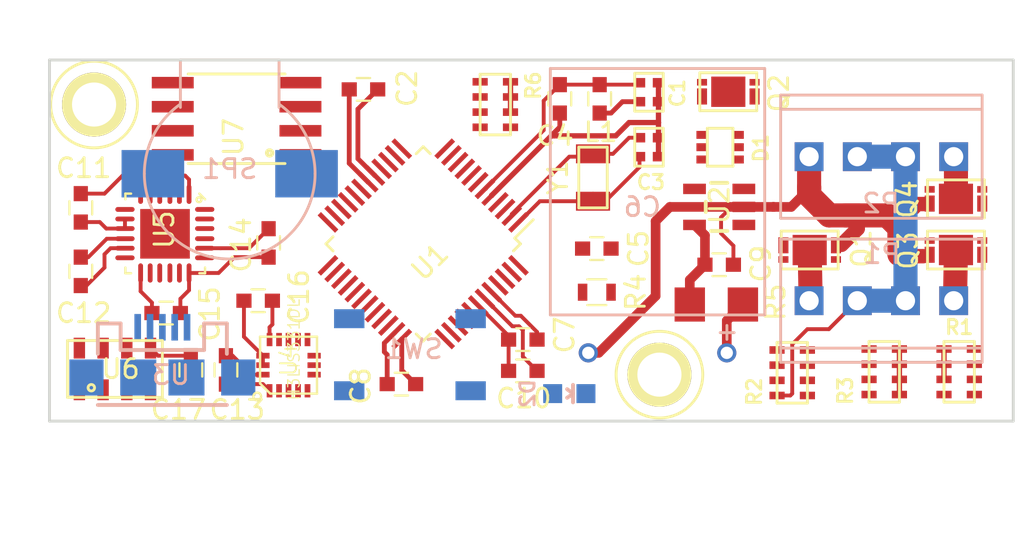
<source format=kicad_pcb>
(kicad_pcb (version 4) (host pcbnew 4.0.4-stable)

  (general
    (links 145)
    (no_connects 89)
    (area 126.924999 50.724999 177.875001 69.925001)
    (thickness 1.6)
    (drawings 4)
    (tracks 178)
    (zones 0)
    (modules 44)
    (nets 39)
  )

  (page A4)
  (layers
    (0 F.Cu signal)
    (31 B.Cu signal)
    (32 B.Adhes user)
    (33 F.Adhes user)
    (34 B.Paste user)
    (35 F.Paste user)
    (36 B.SilkS user)
    (37 F.SilkS user)
    (38 B.Mask user)
    (39 F.Mask user)
    (40 Dwgs.User user)
    (41 Cmts.User user)
    (42 Eco1.User user)
    (43 Eco2.User user)
    (44 Edge.Cuts user)
    (45 Margin user)
    (46 B.CrtYd user)
    (47 F.CrtYd user)
    (48 B.Fab user)
    (49 F.Fab user)
  )

  (setup
    (last_trace_width 0.2794)
    (user_trace_width 0.2032)
    (user_trace_width 0.254)
    (user_trace_width 0.2794)
    (user_trace_width 0.3048)
    (user_trace_width 0.508)
    (user_trace_width 0.762)
    (user_trace_width 1.27)
    (trace_clearance 0.2032)
    (zone_clearance 0.508)
    (zone_45_only no)
    (trace_min 0.2)
    (segment_width 0.2)
    (edge_width 0.15)
    (via_size 0.7112)
    (via_drill 0.3556)
    (via_min_size 0.4)
    (via_min_drill 0.3)
    (user_via 0.7112 0.3556)
    (uvia_size 0.3048)
    (uvia_drill 0.1016)
    (uvias_allowed no)
    (uvia_min_size 0.2)
    (uvia_min_drill 0.1)
    (pcb_text_width 0.3)
    (pcb_text_size 1.5 1.5)
    (mod_edge_width 0.15)
    (mod_text_size 1 1)
    (mod_text_width 0.15)
    (pad_size 1.524 1.524)
    (pad_drill 0.762)
    (pad_to_mask_clearance 0.2)
    (aux_axis_origin 0 0)
    (visible_elements 7FFEFFFF)
    (pcbplotparams
      (layerselection 0x00030_80000001)
      (usegerberextensions false)
      (excludeedgelayer true)
      (linewidth 0.100000)
      (plotframeref false)
      (viasonmask false)
      (mode 1)
      (useauxorigin false)
      (hpglpennumber 1)
      (hpglpenspeed 20)
      (hpglpendiameter 15)
      (hpglpenoverlay 2)
      (psnegative false)
      (psa4output false)
      (plotreference true)
      (plotvalue true)
      (plotinvisibletext false)
      (padsonsilk false)
      (subtractmaskfromsilk false)
      (outputformat 1)
      (mirror false)
      (drillshape 1)
      (scaleselection 1)
      (outputdirectory ""))
  )

  (net 0 "")
  (net 1 GND)
  (net 2 "Net-(C1-Pad2)")
  (net 3 +3V3)
  (net 4 "Net-(C3-Pad1)")
  (net 5 "Net-(C3-Pad3)")
  (net 6 /RESET)
  (net 7 "Net-(C6-Pad1)")
  (net 8 "Net-(C10-Pad1)")
  (net 9 "Net-(C12-Pad1)")
  (net 10 "Net-(C14-Pad2)")
  (net 11 "Net-(D1-Pad2)")
  (net 12 "Net-(D1-Pad3)")
  (net 13 +BATT)
  (net 14 +5V)
  (net 15 "Net-(D2-Pad2)")
  (net 16 /APO)
  (net 17 /3RD)
  (net 18 /MAIN)
  (net 19 /D2)
  (net 20 "Net-(Q2-Pad1)")
  (net 21 /D4)
  (net 22 /D3)
  (net 23 /D6)
  (net 24 /A1)
  (net 25 /A3)
  (net 26 /A2)
  (net 27 /A4)
  (net 28 "Net-(R4-Pad1)")
  (net 29 /SCL)
  (net 30 /SDA)
  (net 31 /D8)
  (net 32 /MOSI)
  (net 33 /SCK)
  (net 34 /MISO)
  (net 35 /SS)
  (net 36 /D7)
  (net 37 /DATA-)
  (net 38 /DATA+)

  (net_class Default "This is the default net class."
    (clearance 0.2032)
    (trace_width 0.2032)
    (via_dia 0.7112)
    (via_drill 0.3556)
    (uvia_dia 0.3048)
    (uvia_drill 0.1016)
    (add_net /3RD)
    (add_net /A1)
    (add_net /A2)
    (add_net /A3)
    (add_net /A4)
    (add_net /APO)
    (add_net /D2)
    (add_net /D3)
    (add_net /D4)
    (add_net /D6)
    (add_net /D7)
    (add_net /D8)
    (add_net /DATA+)
    (add_net /DATA-)
    (add_net /MAIN)
    (add_net /MISO)
    (add_net /MOSI)
    (add_net /RESET)
    (add_net /SCK)
    (add_net /SCL)
    (add_net /SDA)
    (add_net /SS)
    (add_net "Net-(C1-Pad2)")
    (add_net "Net-(C10-Pad1)")
    (add_net "Net-(C12-Pad1)")
    (add_net "Net-(C14-Pad2)")
    (add_net "Net-(C3-Pad1)")
    (add_net "Net-(C3-Pad3)")
    (add_net "Net-(C6-Pad1)")
    (add_net "Net-(D1-Pad2)")
    (add_net "Net-(D2-Pad2)")
    (add_net "Net-(Q2-Pad1)")
    (add_net "Net-(R4-Pad1)")
  )

  (net_class battery ""
    (clearance 0.2032)
    (trace_width 0.508)
    (via_dia 0.7112)
    (via_drill 0.3556)
    (uvia_dia 0.3048)
    (uvia_drill 0.1016)
    (add_net +5V)
    (add_net +BATT)
    (add_net "Net-(D1-Pad3)")
  )

  (net_class power ""
    (clearance 0.2032)
    (trace_width 0.2794)
    (via_dia 0.7112)
    (via_drill 0.3556)
    (uvia_dia 0.3048)
    (uvia_drill 0.1016)
    (add_net +3V3)
    (add_net GND)
  )

  (net_class pyro ""
    (clearance 0.2032)
    (trace_width 1.27)
    (via_dia 0.7112)
    (via_drill 0.3556)
    (uvia_dia 0.3048)
    (uvia_drill 0.1016)
  )

  (module altimeterComponentFootprints:TQFP-48_7x7mm_Pitch0.5mm (layer F.Cu) (tedit 5C91C571) (tstamp 5C74296F)
    (at 146.7 60.5 225)
    (descr "48 LEAD TQFP 7x7mm (see MICREL TQFP7x7-48LD-PL-1.pdf)")
    (tags "QFP 0.5")
    (path /5C610ED9)
    (attr smd)
    (fp_text reference U1 (at 0.424264 -0.919239 225) (layer F.SilkS)
      (effects (font (size 1 1) (thickness 0.15)))
    )
    (fp_text value SAMD21G18A-AUT (at 0 6 225) (layer F.Fab)
      (effects (font (size 1 1) (thickness 0.15)))
    )
    (fp_text user %R (at 0 0 315) (layer F.Fab)
      (effects (font (size 1 1) (thickness 0.15)))
    )
    (fp_line (start -2.5 -3.5) (end 3.5 -3.5) (layer F.Fab) (width 0.15))
    (fp_line (start 3.5 -3.5) (end 3.5 3.5) (layer F.Fab) (width 0.15))
    (fp_line (start 3.5 3.5) (end -3.5 3.5) (layer F.Fab) (width 0.15))
    (fp_line (start -3.5 3.5) (end -3.5 -2.5) (layer F.Fab) (width 0.15))
    (fp_line (start -3.5 -2.5) (end -2.5 -3.5) (layer F.Fab) (width 0.15))
    (fp_line (start -5.25 -5.25) (end -5.25 5.25) (layer F.CrtYd) (width 0.05))
    (fp_line (start 5.25 -5.25) (end 5.25 5.25) (layer F.CrtYd) (width 0.05))
    (fp_line (start -5.25 -5.25) (end 5.25 -5.25) (layer F.CrtYd) (width 0.05))
    (fp_line (start -5.25 5.25) (end 5.25 5.25) (layer F.CrtYd) (width 0.05))
    (fp_line (start -3.625 -3.625) (end -3.625 -3.2) (layer F.SilkS) (width 0.15))
    (fp_line (start 3.625 -3.625) (end 3.625 -3.1) (layer F.SilkS) (width 0.15))
    (fp_line (start 3.625 3.625) (end 3.625 3.1) (layer F.SilkS) (width 0.15))
    (fp_line (start -3.625 3.625) (end -3.625 3.1) (layer F.SilkS) (width 0.15))
    (fp_line (start -3.625 -3.625) (end -3.1 -3.625) (layer F.SilkS) (width 0.15))
    (fp_line (start -3.625 3.625) (end -3.1 3.625) (layer F.SilkS) (width 0.15))
    (fp_line (start 3.625 3.625) (end 3.1 3.625) (layer F.SilkS) (width 0.15))
    (fp_line (start 3.625 -3.625) (end 3.1 -3.625) (layer F.SilkS) (width 0.15))
    (fp_line (start -3.625 -3.2) (end -5 -3.2) (layer F.SilkS) (width 0.15))
    (pad 1 smd rect (at -4.35 -2.75 225) (size 1.3 0.25) (layers F.Cu F.Paste F.Mask)
      (net 4 "Net-(C3-Pad1)"))
    (pad 2 smd rect (at -4.35 -2.25 225) (size 1.3 0.25) (layers F.Cu F.Paste F.Mask)
      (net 5 "Net-(C3-Pad3)"))
    (pad 3 smd rect (at -4.35 -1.75 225) (size 1.3 0.25) (layers F.Cu F.Paste F.Mask))
    (pad 4 smd rect (at -4.35 -1.25 225) (size 1.3 0.25) (layers F.Cu F.Paste F.Mask))
    (pad 5 smd rect (at -4.35 -0.75 225) (size 1.3 0.25) (layers F.Cu F.Paste F.Mask)
      (net 1 GND))
    (pad 6 smd rect (at -4.35 -0.25 225) (size 1.3 0.25) (layers F.Cu F.Paste F.Mask)
      (net 2 "Net-(C1-Pad2)"))
    (pad 7 smd rect (at -4.35 0.25 225) (size 1.3 0.25) (layers F.Cu F.Paste F.Mask)
      (net 24 /A1))
    (pad 8 smd rect (at -4.35 0.75 225) (size 1.3 0.25) (layers F.Cu F.Paste F.Mask)
      (net 26 /A2))
    (pad 9 smd rect (at -4.35 1.25 225) (size 1.3 0.25) (layers F.Cu F.Paste F.Mask)
      (net 25 /A3))
    (pad 10 smd rect (at -4.35 1.75 225) (size 1.3 0.25) (layers F.Cu F.Paste F.Mask)
      (net 27 /A4))
    (pad 11 smd rect (at -4.35 2.25 225) (size 1.3 0.25) (layers F.Cu F.Paste F.Mask)
      (net 31 /D8))
    (pad 12 smd rect (at -4.35 2.75 225) (size 1.3 0.25) (layers F.Cu F.Paste F.Mask))
    (pad 13 smd rect (at -2.75 4.35 315) (size 1.3 0.25) (layers F.Cu F.Paste F.Mask)
      (net 21 /D4))
    (pad 14 smd rect (at -2.25 4.35 315) (size 1.3 0.25) (layers F.Cu F.Paste F.Mask)
      (net 22 /D3))
    (pad 15 smd rect (at -1.75 4.35 315) (size 1.3 0.25) (layers F.Cu F.Paste F.Mask))
    (pad 16 smd rect (at -1.25 4.35 315) (size 1.3 0.25) (layers F.Cu F.Paste F.Mask))
    (pad 17 smd rect (at -0.75 4.35 315) (size 1.3 0.25) (layers F.Cu F.Paste F.Mask)
      (net 3 +3V3))
    (pad 18 smd rect (at -0.25 4.35 315) (size 1.3 0.25) (layers F.Cu F.Paste F.Mask)
      (net 1 GND))
    (pad 19 smd rect (at 0.25 4.35 315) (size 1.3 0.25) (layers F.Cu F.Paste F.Mask)
      (net 32 /MOSI))
    (pad 20 smd rect (at 0.75 4.35 315) (size 1.3 0.25) (layers F.Cu F.Paste F.Mask)
      (net 33 /SCK))
    (pad 21 smd rect (at 1.25 4.35 315) (size 1.3 0.25) (layers F.Cu F.Paste F.Mask)
      (net 34 /MISO))
    (pad 22 smd rect (at 1.75 4.35 315) (size 1.3 0.25) (layers F.Cu F.Paste F.Mask))
    (pad 23 smd rect (at 2.25 4.35 315) (size 1.3 0.25) (layers F.Cu F.Paste F.Mask)
      (net 19 /D2))
    (pad 24 smd rect (at 2.75 4.35 315) (size 1.3 0.25) (layers F.Cu F.Paste F.Mask))
    (pad 25 smd rect (at 4.35 2.75 225) (size 1.3 0.25) (layers F.Cu F.Paste F.Mask))
    (pad 26 smd rect (at 4.35 2.25 225) (size 1.3 0.25) (layers F.Cu F.Paste F.Mask))
    (pad 27 smd rect (at 4.35 1.75 225) (size 1.3 0.25) (layers F.Cu F.Paste F.Mask)
      (net 35 /SS))
    (pad 28 smd rect (at 4.35 1.25 225) (size 1.3 0.25) (layers F.Cu F.Paste F.Mask))
    (pad 29 smd rect (at 4.35 0.75 225) (size 1.3 0.25) (layers F.Cu F.Paste F.Mask)
      (net 23 /D6))
    (pad 30 smd rect (at 4.35 0.25 225) (size 1.3 0.25) (layers F.Cu F.Paste F.Mask)
      (net 36 /D7))
    (pad 31 smd rect (at 4.35 -0.25 225) (size 1.3 0.25) (layers F.Cu F.Paste F.Mask)
      (net 30 /SDA))
    (pad 32 smd rect (at 4.35 -0.75 225) (size 1.3 0.25) (layers F.Cu F.Paste F.Mask)
      (net 29 /SCL))
    (pad 33 smd rect (at 4.35 -1.25 225) (size 1.3 0.25) (layers F.Cu F.Paste F.Mask)
      (net 37 /DATA-))
    (pad 34 smd rect (at 4.35 -1.75 225) (size 1.3 0.25) (layers F.Cu F.Paste F.Mask)
      (net 38 /DATA+))
    (pad 35 smd rect (at 4.35 -2.25 225) (size 1.3 0.25) (layers F.Cu F.Paste F.Mask)
      (net 1 GND))
    (pad 36 smd rect (at 4.35 -2.75 225) (size 1.3 0.25) (layers F.Cu F.Paste F.Mask)
      (net 3 +3V3))
    (pad 37 smd rect (at 2.75 -4.35 315) (size 1.3 0.25) (layers F.Cu F.Paste F.Mask))
    (pad 38 smd rect (at 2.25 -4.35 315) (size 1.3 0.25) (layers F.Cu F.Paste F.Mask))
    (pad 39 smd rect (at 1.75 -4.35 315) (size 1.3 0.25) (layers F.Cu F.Paste F.Mask))
    (pad 40 smd rect (at 1.25 -4.35 315) (size 1.3 0.25) (layers F.Cu F.Paste F.Mask)
      (net 6 /RESET))
    (pad 41 smd rect (at 0.75 -4.35 315) (size 1.3 0.25) (layers F.Cu F.Paste F.Mask))
    (pad 42 smd rect (at 0.25 -4.35 315) (size 1.3 0.25) (layers F.Cu F.Paste F.Mask)
      (net 1 GND))
    (pad 43 smd rect (at -0.25 -4.35 315) (size 1.3 0.25) (layers F.Cu F.Paste F.Mask)
      (net 8 "Net-(C10-Pad1)"))
    (pad 44 smd rect (at -0.75 -4.35 315) (size 1.3 0.25) (layers F.Cu F.Paste F.Mask)
      (net 3 +3V3))
    (pad 45 smd rect (at -1.25 -4.35 315) (size 1.3 0.25) (layers F.Cu F.Paste F.Mask))
    (pad 46 smd rect (at -1.75 -4.35 315) (size 1.3 0.25) (layers F.Cu F.Paste F.Mask))
    (pad 47 smd rect (at -2.25 -4.35 315) (size 1.3 0.25) (layers F.Cu F.Paste F.Mask))
    (pad 48 smd rect (at -2.75 -4.35 315) (size 1.3 0.25) (layers F.Cu F.Paste F.Mask))
    (model ${KISYS3DMOD}/Housings_QFP.3dshapes/TQFP-48_7x7mm_Pitch0.5mm.wrl
      (at (xyz 0 0 0))
      (scale (xyz 1 1 1))
      (rotate (xyz 0 0 0))
    )
  )

  (module altimeterComponentFootprints:C_array_2x_0805 (layer F.Cu) (tedit 5C91C66F) (tstamp 5C74283B)
    (at 158.6 52.5 270)
    (path /5C75EA86)
    (fp_text reference C1 (at 0.05 -1.5 270) (layer F.SilkS)
      (effects (font (size 0.75 0.75) (thickness 0.15)))
    )
    (fp_text value 10uF (at 0 2.3114 270) (layer F.Fab)
      (effects (font (size 1 1) (thickness 0.15)))
    )
    (fp_line (start -1 -0.75) (end 1 -0.75) (layer F.SilkS) (width 0.15))
    (fp_line (start 1 -0.75) (end 1 0.75) (layer F.SilkS) (width 0.15))
    (fp_line (start 1 0.75) (end -1 0.75) (layer F.SilkS) (width 0.15))
    (fp_line (start -1 -0.75) (end -1 0.75) (layer F.SilkS) (width 0.15))
    (pad 1 smd rect (at -0.5 -0.5 270) (size 0.5 0.6) (layers F.Cu F.Paste F.Mask)
      (net 1 GND))
    (pad 2 smd rect (at -0.5 0.5 270) (size 0.5 0.6) (layers F.Cu F.Paste F.Mask)
      (net 2 "Net-(C1-Pad2)"))
    (pad 3 smd rect (at 0.5 -0.5 270) (size 0.5 0.6) (layers F.Cu F.Paste F.Mask)
      (net 1 GND))
    (pad 4 smd rect (at 0.5 0.5 270) (size 0.5 0.6) (layers F.Cu F.Paste F.Mask)
      (net 3 +3V3))
  )

  (module altimeterComponentFootprints:C_0603 (layer F.Cu) (tedit 5C91C567) (tstamp 5C742841)
    (at 143.55 52.35 180)
    (descr "Capacitor SMD 0603, reflow soldering, AVX (see smccp.pdf)")
    (tags "capacitor 0603")
    (path /5C7522E1)
    (attr smd)
    (fp_text reference C2 (at -2.3 0.05 270) (layer F.SilkS)
      (effects (font (size 1 1) (thickness 0.15)))
    )
    (fp_text value 0.1uF (at 0 1.5 180) (layer F.Fab)
      (effects (font (size 1 1) (thickness 0.15)))
    )
    (fp_line (start 1.4 0.65) (end -1.4 0.65) (layer F.CrtYd) (width 0.05))
    (fp_line (start 1.4 0.65) (end 1.4 -0.65) (layer F.CrtYd) (width 0.05))
    (fp_line (start -1.4 -0.65) (end -1.4 0.65) (layer F.CrtYd) (width 0.05))
    (fp_line (start -1.4 -0.65) (end 1.4 -0.65) (layer F.CrtYd) (width 0.05))
    (fp_line (start 0.35 0.6) (end -0.35 0.6) (layer F.SilkS) (width 0.12))
    (fp_line (start -0.35 -0.6) (end 0.35 -0.6) (layer F.SilkS) (width 0.12))
    (fp_line (start -0.8 -0.4) (end 0.8 -0.4) (layer F.Fab) (width 0.1))
    (fp_line (start 0.8 -0.4) (end 0.8 0.4) (layer F.Fab) (width 0.1))
    (fp_line (start 0.8 0.4) (end -0.8 0.4) (layer F.Fab) (width 0.1))
    (fp_line (start -0.8 0.4) (end -0.8 -0.4) (layer F.Fab) (width 0.1))
    (fp_text user %R (at 0 0 180) (layer F.Fab)
      (effects (font (size 0.3 0.3) (thickness 0.075)))
    )
    (pad 2 smd rect (at 0.75 0 180) (size 0.8 0.75) (layers F.Cu F.Paste F.Mask)
      (net 1 GND))
    (pad 1 smd rect (at -0.75 0 180) (size 0.8 0.75) (layers F.Cu F.Paste F.Mask)
      (net 3 +3V3))
    (model Capacitors_SMD.3dshapes/C_0603.wrl
      (at (xyz 0 0 0))
      (scale (xyz 1 1 1))
      (rotate (xyz 0 0 0))
    )
  )

  (module altimeterComponentFootprints:C_array_2x_0805 (layer F.Cu) (tedit 5C91C665) (tstamp 5C742849)
    (at 158.6 55.4 90)
    (path /5C74A676)
    (fp_text reference C3 (at -1.85 0.1 180) (layer F.SilkS)
      (effects (font (size 0.75 0.75) (thickness 0.15)))
    )
    (fp_text value 12.5pF (at 0 2.3114 90) (layer F.Fab)
      (effects (font (size 1 1) (thickness 0.15)))
    )
    (fp_line (start -1 -0.75) (end 1 -0.75) (layer F.SilkS) (width 0.15))
    (fp_line (start 1 -0.75) (end 1 0.75) (layer F.SilkS) (width 0.15))
    (fp_line (start 1 0.75) (end -1 0.75) (layer F.SilkS) (width 0.15))
    (fp_line (start -1 -0.75) (end -1 0.75) (layer F.SilkS) (width 0.15))
    (pad 1 smd rect (at -0.5 -0.5 90) (size 0.5 0.6) (layers F.Cu F.Paste F.Mask)
      (net 4 "Net-(C3-Pad1)"))
    (pad 2 smd rect (at -0.5 0.5 90) (size 0.5 0.6) (layers F.Cu F.Paste F.Mask)
      (net 1 GND))
    (pad 3 smd rect (at 0.5 -0.5 90) (size 0.5 0.6) (layers F.Cu F.Paste F.Mask)
      (net 5 "Net-(C3-Pad3)"))
    (pad 4 smd rect (at 0.5 0.5 90) (size 0.5 0.6) (layers F.Cu F.Paste F.Mask)
      (net 1 GND))
  )

  (module altimeterComponentFootprints:C_0603 (layer F.Cu) (tedit 5C91C661) (tstamp 5C74284F)
    (at 153.9 52.85 270)
    (descr "Capacitor SMD 0603, reflow soldering, AVX (see smccp.pdf)")
    (tags "capacitor 0603")
    (path /5C74C95B)
    (attr smd)
    (fp_text reference C4 (at 1.95 0.25 360) (layer F.SilkS)
      (effects (font (size 1 1) (thickness 0.15)))
    )
    (fp_text value 0.1uF (at 0 1.5 270) (layer F.Fab)
      (effects (font (size 1 1) (thickness 0.15)))
    )
    (fp_line (start 1.4 0.65) (end -1.4 0.65) (layer F.CrtYd) (width 0.05))
    (fp_line (start 1.4 0.65) (end 1.4 -0.65) (layer F.CrtYd) (width 0.05))
    (fp_line (start -1.4 -0.65) (end -1.4 0.65) (layer F.CrtYd) (width 0.05))
    (fp_line (start -1.4 -0.65) (end 1.4 -0.65) (layer F.CrtYd) (width 0.05))
    (fp_line (start 0.35 0.6) (end -0.35 0.6) (layer F.SilkS) (width 0.12))
    (fp_line (start -0.35 -0.6) (end 0.35 -0.6) (layer F.SilkS) (width 0.12))
    (fp_line (start -0.8 -0.4) (end 0.8 -0.4) (layer F.Fab) (width 0.1))
    (fp_line (start 0.8 -0.4) (end 0.8 0.4) (layer F.Fab) (width 0.1))
    (fp_line (start 0.8 0.4) (end -0.8 0.4) (layer F.Fab) (width 0.1))
    (fp_line (start -0.8 0.4) (end -0.8 -0.4) (layer F.Fab) (width 0.1))
    (fp_text user %R (at 0 0 270) (layer F.Fab)
      (effects (font (size 0.3 0.3) (thickness 0.075)))
    )
    (pad 2 smd rect (at 0.75 0 270) (size 0.8 0.75) (layers F.Cu F.Paste F.Mask)
      (net 1 GND))
    (pad 1 smd rect (at -0.75 0 270) (size 0.8 0.75) (layers F.Cu F.Paste F.Mask)
      (net 2 "Net-(C1-Pad2)"))
    (model Capacitors_SMD.3dshapes/C_0603.wrl
      (at (xyz 0 0 0))
      (scale (xyz 1 1 1))
      (rotate (xyz 0 0 0))
    )
  )

  (module altimeterComponentFootprints:C_0603 (layer F.Cu) (tedit 5C91C599) (tstamp 5C742855)
    (at 155.85 60.75)
    (descr "Capacitor SMD 0603, reflow soldering, AVX (see smccp.pdf)")
    (tags "capacitor 0603")
    (path /5C762FD7)
    (attr smd)
    (fp_text reference C5 (at 2.2 0 90) (layer F.SilkS)
      (effects (font (size 1 1) (thickness 0.15)))
    )
    (fp_text value 100pF (at 0 1.5) (layer F.Fab)
      (effects (font (size 1 1) (thickness 0.15)))
    )
    (fp_line (start 1.4 0.65) (end -1.4 0.65) (layer F.CrtYd) (width 0.05))
    (fp_line (start 1.4 0.65) (end 1.4 -0.65) (layer F.CrtYd) (width 0.05))
    (fp_line (start -1.4 -0.65) (end -1.4 0.65) (layer F.CrtYd) (width 0.05))
    (fp_line (start -1.4 -0.65) (end 1.4 -0.65) (layer F.CrtYd) (width 0.05))
    (fp_line (start 0.35 0.6) (end -0.35 0.6) (layer F.SilkS) (width 0.12))
    (fp_line (start -0.35 -0.6) (end 0.35 -0.6) (layer F.SilkS) (width 0.12))
    (fp_line (start -0.8 -0.4) (end 0.8 -0.4) (layer F.Fab) (width 0.1))
    (fp_line (start 0.8 -0.4) (end 0.8 0.4) (layer F.Fab) (width 0.1))
    (fp_line (start 0.8 0.4) (end -0.8 0.4) (layer F.Fab) (width 0.1))
    (fp_line (start -0.8 0.4) (end -0.8 -0.4) (layer F.Fab) (width 0.1))
    (fp_text user %R (at 0 0) (layer F.Fab)
      (effects (font (size 0.3 0.3) (thickness 0.075)))
    )
    (pad 2 smd rect (at 0.75 0) (size 0.8 0.75) (layers F.Cu F.Paste F.Mask)
      (net 3 +3V3))
    (pad 1 smd rect (at -0.75 0) (size 0.8 0.75) (layers F.Cu F.Paste F.Mask)
      (net 6 /RESET))
    (model Capacitors_SMD.3dshapes/C_0603.wrl
      (at (xyz 0 0 0))
      (scale (xyz 1 1 1))
      (rotate (xyz 0 0 0))
    )
  )

  (module altimeterComponentFootprints:PB-5R0H104-R_Super_Capacitor_horizontal (layer B.Cu) (tedit 5C91C6E5) (tstamp 5C74285B)
    (at 159.05 66.25 180)
    (path /5C61111F)
    (fp_text reference C6 (at 0.8 7.7 180) (layer B.SilkS)
      (effects (font (size 1 1) (thickness 0.15)) (justify mirror))
    )
    (fp_text value 100mF (at -0.0254 -2.0574 180) (layer B.Fab)
      (effects (font (size 1 1) (thickness 0.15)) (justify mirror))
    )
    (fp_line (start -5.65 2) (end -5.65 15) (layer B.SilkS) (width 0.15))
    (fp_line (start -5.65 15) (end 5.65 15) (layer B.SilkS) (width 0.15))
    (fp_line (start 5.65 15) (end 5.65 2) (layer B.SilkS) (width 0.15))
    (fp_line (start 5.65 2) (end -5.65 2) (layer B.SilkS) (width 0.15))
    (fp_line (start -3.6576 0.7112) (end -3.6576 1.4478) (layer B.SilkS) (width 0.15))
    (fp_line (start -4.0386 1.0668) (end -3.302 1.0668) (layer B.SilkS) (width 0.15))
    (pad 1 thru_hole circle (at -3.65 0 180) (size 1.01 1.01) (drill 0.65) (layers *.Cu *.Mask)
      (net 7 "Net-(C6-Pad1)"))
    (pad 2 thru_hole circle (at 3.65 0 180) (size 1.01 1.01) (drill 0.65) (layers *.Cu *.Mask)
      (net 1 GND))
  )

  (module altimeterComponentFootprints:C_0603 (layer F.Cu) (tedit 5C91C57E) (tstamp 5C742861)
    (at 151.95 65.55 180)
    (descr "Capacitor SMD 0603, reflow soldering, AVX (see smccp.pdf)")
    (tags "capacitor 0603")
    (path /5C75D376)
    (attr smd)
    (fp_text reference C7 (at -2.2 0.25 270) (layer F.SilkS)
      (effects (font (size 1 1) (thickness 0.15)))
    )
    (fp_text value 0.1uF (at 0 1.5 180) (layer F.Fab)
      (effects (font (size 1 1) (thickness 0.15)))
    )
    (fp_line (start 1.4 0.65) (end -1.4 0.65) (layer F.CrtYd) (width 0.05))
    (fp_line (start 1.4 0.65) (end 1.4 -0.65) (layer F.CrtYd) (width 0.05))
    (fp_line (start -1.4 -0.65) (end -1.4 0.65) (layer F.CrtYd) (width 0.05))
    (fp_line (start -1.4 -0.65) (end 1.4 -0.65) (layer F.CrtYd) (width 0.05))
    (fp_line (start 0.35 0.6) (end -0.35 0.6) (layer F.SilkS) (width 0.12))
    (fp_line (start -0.35 -0.6) (end 0.35 -0.6) (layer F.SilkS) (width 0.12))
    (fp_line (start -0.8 -0.4) (end 0.8 -0.4) (layer F.Fab) (width 0.1))
    (fp_line (start 0.8 -0.4) (end 0.8 0.4) (layer F.Fab) (width 0.1))
    (fp_line (start 0.8 0.4) (end -0.8 0.4) (layer F.Fab) (width 0.1))
    (fp_line (start -0.8 0.4) (end -0.8 -0.4) (layer F.Fab) (width 0.1))
    (fp_text user %R (at 0 0 180) (layer F.Fab)
      (effects (font (size 0.3 0.3) (thickness 0.075)))
    )
    (pad 2 smd rect (at 0.75 0 180) (size 0.8 0.75) (layers F.Cu F.Paste F.Mask)
      (net 1 GND))
    (pad 1 smd rect (at -0.75 0 180) (size 0.8 0.75) (layers F.Cu F.Paste F.Mask)
      (net 3 +3V3))
    (model Capacitors_SMD.3dshapes/C_0603.wrl
      (at (xyz 0 0 0))
      (scale (xyz 1 1 1))
      (rotate (xyz 0 0 0))
    )
  )

  (module altimeterComponentFootprints:C_0603 (layer F.Cu) (tedit 5C91C575) (tstamp 5C742867)
    (at 145.55 67.9 180)
    (descr "Capacitor SMD 0603, reflow soldering, AVX (see smccp.pdf)")
    (tags "capacitor 0603")
    (path /5C75AC96)
    (attr smd)
    (fp_text reference C8 (at 2.15 -0.1 270) (layer F.SilkS)
      (effects (font (size 1 1) (thickness 0.15)))
    )
    (fp_text value 0.1uF (at 0 1.5 180) (layer F.Fab)
      (effects (font (size 1 1) (thickness 0.15)))
    )
    (fp_line (start 1.4 0.65) (end -1.4 0.65) (layer F.CrtYd) (width 0.05))
    (fp_line (start 1.4 0.65) (end 1.4 -0.65) (layer F.CrtYd) (width 0.05))
    (fp_line (start -1.4 -0.65) (end -1.4 0.65) (layer F.CrtYd) (width 0.05))
    (fp_line (start -1.4 -0.65) (end 1.4 -0.65) (layer F.CrtYd) (width 0.05))
    (fp_line (start 0.35 0.6) (end -0.35 0.6) (layer F.SilkS) (width 0.12))
    (fp_line (start -0.35 -0.6) (end 0.35 -0.6) (layer F.SilkS) (width 0.12))
    (fp_line (start -0.8 -0.4) (end 0.8 -0.4) (layer F.Fab) (width 0.1))
    (fp_line (start 0.8 -0.4) (end 0.8 0.4) (layer F.Fab) (width 0.1))
    (fp_line (start 0.8 0.4) (end -0.8 0.4) (layer F.Fab) (width 0.1))
    (fp_line (start -0.8 0.4) (end -0.8 -0.4) (layer F.Fab) (width 0.1))
    (fp_text user %R (at 0 0 180) (layer F.Fab)
      (effects (font (size 0.3 0.3) (thickness 0.075)))
    )
    (pad 2 smd rect (at 0.75 0 180) (size 0.8 0.75) (layers F.Cu F.Paste F.Mask)
      (net 1 GND))
    (pad 1 smd rect (at -0.75 0 180) (size 0.8 0.75) (layers F.Cu F.Paste F.Mask)
      (net 3 +3V3))
    (model Capacitors_SMD.3dshapes/C_0603.wrl
      (at (xyz 0 0 0))
      (scale (xyz 1 1 1))
      (rotate (xyz 0 0 0))
    )
  )

  (module altimeterComponentFootprints:C_0603 (layer F.Cu) (tedit 5C91C67D) (tstamp 5C74286D)
    (at 162.3 61.6)
    (descr "Capacitor SMD 0603, reflow soldering, AVX (see smccp.pdf)")
    (tags "capacitor 0603")
    (path /5C6A826D)
    (attr smd)
    (fp_text reference C9 (at 2.2 -0.05 90) (layer F.SilkS)
      (effects (font (size 1 1) (thickness 0.15)))
    )
    (fp_text value 2.2uF (at 0 1.5) (layer F.Fab)
      (effects (font (size 1 1) (thickness 0.15)))
    )
    (fp_line (start 1.4 0.65) (end -1.4 0.65) (layer F.CrtYd) (width 0.05))
    (fp_line (start 1.4 0.65) (end 1.4 -0.65) (layer F.CrtYd) (width 0.05))
    (fp_line (start -1.4 -0.65) (end -1.4 0.65) (layer F.CrtYd) (width 0.05))
    (fp_line (start -1.4 -0.65) (end 1.4 -0.65) (layer F.CrtYd) (width 0.05))
    (fp_line (start 0.35 0.6) (end -0.35 0.6) (layer F.SilkS) (width 0.12))
    (fp_line (start -0.35 -0.6) (end 0.35 -0.6) (layer F.SilkS) (width 0.12))
    (fp_line (start -0.8 -0.4) (end 0.8 -0.4) (layer F.Fab) (width 0.1))
    (fp_line (start 0.8 -0.4) (end 0.8 0.4) (layer F.Fab) (width 0.1))
    (fp_line (start 0.8 0.4) (end -0.8 0.4) (layer F.Fab) (width 0.1))
    (fp_line (start -0.8 0.4) (end -0.8 -0.4) (layer F.Fab) (width 0.1))
    (fp_text user %R (at 0 0) (layer F.Fab)
      (effects (font (size 0.3 0.3) (thickness 0.075)))
    )
    (pad 2 smd rect (at 0.75 0) (size 0.8 0.75) (layers F.Cu F.Paste F.Mask)
      (net 1 GND))
    (pad 1 smd rect (at -0.75 0) (size 0.8 0.75) (layers F.Cu F.Paste F.Mask)
      (net 3 +3V3))
    (model Capacitors_SMD.3dshapes/C_0603.wrl
      (at (xyz 0 0 0))
      (scale (xyz 1 1 1))
      (rotate (xyz 0 0 0))
    )
  )

  (module altimeterComponentFootprints:C_0603 (layer F.Cu) (tedit 5C91C579) (tstamp 5C742873)
    (at 151.95 67.2 180)
    (descr "Capacitor SMD 0603, reflow soldering, AVX (see smccp.pdf)")
    (tags "capacitor 0603")
    (path /5C75D432)
    (attr smd)
    (fp_text reference C10 (at -0.05 -1.45 180) (layer F.SilkS)
      (effects (font (size 1 1) (thickness 0.15)))
    )
    (fp_text value 1uF (at 0 1.5 180) (layer F.Fab)
      (effects (font (size 1 1) (thickness 0.15)))
    )
    (fp_line (start 1.4 0.65) (end -1.4 0.65) (layer F.CrtYd) (width 0.05))
    (fp_line (start 1.4 0.65) (end 1.4 -0.65) (layer F.CrtYd) (width 0.05))
    (fp_line (start -1.4 -0.65) (end -1.4 0.65) (layer F.CrtYd) (width 0.05))
    (fp_line (start -1.4 -0.65) (end 1.4 -0.65) (layer F.CrtYd) (width 0.05))
    (fp_line (start 0.35 0.6) (end -0.35 0.6) (layer F.SilkS) (width 0.12))
    (fp_line (start -0.35 -0.6) (end 0.35 -0.6) (layer F.SilkS) (width 0.12))
    (fp_line (start -0.8 -0.4) (end 0.8 -0.4) (layer F.Fab) (width 0.1))
    (fp_line (start 0.8 -0.4) (end 0.8 0.4) (layer F.Fab) (width 0.1))
    (fp_line (start 0.8 0.4) (end -0.8 0.4) (layer F.Fab) (width 0.1))
    (fp_line (start -0.8 0.4) (end -0.8 -0.4) (layer F.Fab) (width 0.1))
    (fp_text user %R (at 0 0 180) (layer F.Fab)
      (effects (font (size 0.3 0.3) (thickness 0.075)))
    )
    (pad 2 smd rect (at 0.75 0 180) (size 0.8 0.75) (layers F.Cu F.Paste F.Mask)
      (net 1 GND))
    (pad 1 smd rect (at -0.75 0 180) (size 0.8 0.75) (layers F.Cu F.Paste F.Mask)
      (net 8 "Net-(C10-Pad1)"))
    (model Capacitors_SMD.3dshapes/C_0603.wrl
      (at (xyz 0 0 0))
      (scale (xyz 1 1 1))
      (rotate (xyz 0 0 0))
    )
  )

  (module altimeterComponentFootprints:C_0603 (layer F.Cu) (tedit 5C91C529) (tstamp 5C742879)
    (at 128.65 58.6 90)
    (descr "Capacitor SMD 0603, reflow soldering, AVX (see smccp.pdf)")
    (tags "capacitor 0603")
    (path /5C735557)
    (attr smd)
    (fp_text reference C11 (at 2.1 0.15 180) (layer F.SilkS)
      (effects (font (size 1 1) (thickness 0.15)))
    )
    (fp_text value 10nF (at 0 1.5 90) (layer F.Fab)
      (effects (font (size 1 1) (thickness 0.15)))
    )
    (fp_line (start 1.4 0.65) (end -1.4 0.65) (layer F.CrtYd) (width 0.05))
    (fp_line (start 1.4 0.65) (end 1.4 -0.65) (layer F.CrtYd) (width 0.05))
    (fp_line (start -1.4 -0.65) (end -1.4 0.65) (layer F.CrtYd) (width 0.05))
    (fp_line (start -1.4 -0.65) (end 1.4 -0.65) (layer F.CrtYd) (width 0.05))
    (fp_line (start 0.35 0.6) (end -0.35 0.6) (layer F.SilkS) (width 0.12))
    (fp_line (start -0.35 -0.6) (end 0.35 -0.6) (layer F.SilkS) (width 0.12))
    (fp_line (start -0.8 -0.4) (end 0.8 -0.4) (layer F.Fab) (width 0.1))
    (fp_line (start 0.8 -0.4) (end 0.8 0.4) (layer F.Fab) (width 0.1))
    (fp_line (start 0.8 0.4) (end -0.8 0.4) (layer F.Fab) (width 0.1))
    (fp_line (start -0.8 0.4) (end -0.8 -0.4) (layer F.Fab) (width 0.1))
    (fp_text user %R (at 0 0 90) (layer F.Fab)
      (effects (font (size 0.3 0.3) (thickness 0.075)))
    )
    (pad 2 smd rect (at 0.75 0 90) (size 0.8 0.75) (layers F.Cu F.Paste F.Mask)
      (net 1 GND))
    (pad 1 smd rect (at -0.75 0 90) (size 0.8 0.75) (layers F.Cu F.Paste F.Mask)
      (net 3 +3V3))
    (model Capacitors_SMD.3dshapes/C_0603.wrl
      (at (xyz 0 0 0))
      (scale (xyz 1 1 1))
      (rotate (xyz 0 0 0))
    )
  )

  (module altimeterComponentFootprints:C_0603 (layer F.Cu) (tedit 5C91C52E) (tstamp 5C74287F)
    (at 128.65 61.95 270)
    (descr "Capacitor SMD 0603, reflow soldering, AVX (see smccp.pdf)")
    (tags "capacitor 0603")
    (path /5C735616)
    (attr smd)
    (fp_text reference C12 (at 2.2 -0.15 360) (layer F.SilkS)
      (effects (font (size 1 1) (thickness 0.15)))
    )
    (fp_text value 0.1uF (at 0 1.5 270) (layer F.Fab)
      (effects (font (size 1 1) (thickness 0.15)))
    )
    (fp_line (start 1.4 0.65) (end -1.4 0.65) (layer F.CrtYd) (width 0.05))
    (fp_line (start 1.4 0.65) (end 1.4 -0.65) (layer F.CrtYd) (width 0.05))
    (fp_line (start -1.4 -0.65) (end -1.4 0.65) (layer F.CrtYd) (width 0.05))
    (fp_line (start -1.4 -0.65) (end 1.4 -0.65) (layer F.CrtYd) (width 0.05))
    (fp_line (start 0.35 0.6) (end -0.35 0.6) (layer F.SilkS) (width 0.12))
    (fp_line (start -0.35 -0.6) (end 0.35 -0.6) (layer F.SilkS) (width 0.12))
    (fp_line (start -0.8 -0.4) (end 0.8 -0.4) (layer F.Fab) (width 0.1))
    (fp_line (start 0.8 -0.4) (end 0.8 0.4) (layer F.Fab) (width 0.1))
    (fp_line (start 0.8 0.4) (end -0.8 0.4) (layer F.Fab) (width 0.1))
    (fp_line (start -0.8 0.4) (end -0.8 -0.4) (layer F.Fab) (width 0.1))
    (fp_text user %R (at 0 0 270) (layer F.Fab)
      (effects (font (size 0.3 0.3) (thickness 0.075)))
    )
    (pad 2 smd rect (at 0.75 0 270) (size 0.8 0.75) (layers F.Cu F.Paste F.Mask)
      (net 1 GND))
    (pad 1 smd rect (at -0.75 0 270) (size 0.8 0.75) (layers F.Cu F.Paste F.Mask)
      (net 9 "Net-(C12-Pad1)"))
    (model Capacitors_SMD.3dshapes/C_0603.wrl
      (at (xyz 0 0 0))
      (scale (xyz 1 1 1))
      (rotate (xyz 0 0 0))
    )
  )

  (module altimeterComponentFootprints:C_0603 (layer F.Cu) (tedit 5C91C54D) (tstamp 5C742885)
    (at 134.45 67.15 270)
    (descr "Capacitor SMD 0603, reflow soldering, AVX (see smccp.pdf)")
    (tags "capacitor 0603")
    (path /5C741175)
    (attr smd)
    (fp_text reference C13 (at 2.1 -2.45 360) (layer F.SilkS)
      (effects (font (size 1 1) (thickness 0.15)))
    )
    (fp_text value 0.1uF (at 0 1.5 270) (layer F.Fab)
      (effects (font (size 1 1) (thickness 0.15)))
    )
    (fp_line (start 1.4 0.65) (end -1.4 0.65) (layer F.CrtYd) (width 0.05))
    (fp_line (start 1.4 0.65) (end 1.4 -0.65) (layer F.CrtYd) (width 0.05))
    (fp_line (start -1.4 -0.65) (end -1.4 0.65) (layer F.CrtYd) (width 0.05))
    (fp_line (start -1.4 -0.65) (end 1.4 -0.65) (layer F.CrtYd) (width 0.05))
    (fp_line (start 0.35 0.6) (end -0.35 0.6) (layer F.SilkS) (width 0.12))
    (fp_line (start -0.35 -0.6) (end 0.35 -0.6) (layer F.SilkS) (width 0.12))
    (fp_line (start -0.8 -0.4) (end 0.8 -0.4) (layer F.Fab) (width 0.1))
    (fp_line (start 0.8 -0.4) (end 0.8 0.4) (layer F.Fab) (width 0.1))
    (fp_line (start 0.8 0.4) (end -0.8 0.4) (layer F.Fab) (width 0.1))
    (fp_line (start -0.8 0.4) (end -0.8 -0.4) (layer F.Fab) (width 0.1))
    (fp_text user %R (at 0 0 270) (layer F.Fab)
      (effects (font (size 0.3 0.3) (thickness 0.075)))
    )
    (pad 2 smd rect (at 0.75 0 270) (size 0.8 0.75) (layers F.Cu F.Paste F.Mask)
      (net 1 GND))
    (pad 1 smd rect (at -0.75 0 270) (size 0.8 0.75) (layers F.Cu F.Paste F.Mask)
      (net 3 +3V3))
    (model Capacitors_SMD.3dshapes/C_0603.wrl
      (at (xyz 0 0 0))
      (scale (xyz 1 1 1))
      (rotate (xyz 0 0 0))
    )
  )

  (module altimeterComponentFootprints:C_0603 (layer F.Cu) (tedit 5C91C55E) (tstamp 5C74288B)
    (at 138.55 60.45 90)
    (descr "Capacitor SMD 0603, reflow soldering, AVX (see smccp.pdf)")
    (tags "capacitor 0603")
    (path /5C73576D)
    (attr smd)
    (fp_text reference C14 (at -0.1 -1.45 90) (layer F.SilkS)
      (effects (font (size 1 1) (thickness 0.15)))
    )
    (fp_text value 2.2nF (at 0 1.5 90) (layer F.Fab)
      (effects (font (size 1 1) (thickness 0.15)))
    )
    (fp_line (start 1.4 0.65) (end -1.4 0.65) (layer F.CrtYd) (width 0.05))
    (fp_line (start 1.4 0.65) (end 1.4 -0.65) (layer F.CrtYd) (width 0.05))
    (fp_line (start -1.4 -0.65) (end -1.4 0.65) (layer F.CrtYd) (width 0.05))
    (fp_line (start -1.4 -0.65) (end 1.4 -0.65) (layer F.CrtYd) (width 0.05))
    (fp_line (start 0.35 0.6) (end -0.35 0.6) (layer F.SilkS) (width 0.12))
    (fp_line (start -0.35 -0.6) (end 0.35 -0.6) (layer F.SilkS) (width 0.12))
    (fp_line (start -0.8 -0.4) (end 0.8 -0.4) (layer F.Fab) (width 0.1))
    (fp_line (start 0.8 -0.4) (end 0.8 0.4) (layer F.Fab) (width 0.1))
    (fp_line (start 0.8 0.4) (end -0.8 0.4) (layer F.Fab) (width 0.1))
    (fp_line (start -0.8 0.4) (end -0.8 -0.4) (layer F.Fab) (width 0.1))
    (fp_text user %R (at 0 0 90) (layer F.Fab)
      (effects (font (size 0.3 0.3) (thickness 0.075)))
    )
    (pad 2 smd rect (at 0.75 0 90) (size 0.8 0.75) (layers F.Cu F.Paste F.Mask)
      (net 10 "Net-(C14-Pad2)"))
    (pad 1 smd rect (at -0.75 0 90) (size 0.8 0.75) (layers F.Cu F.Paste F.Mask)
      (net 1 GND))
    (model Capacitors_SMD.3dshapes/C_0603.wrl
      (at (xyz 0 0 0))
      (scale (xyz 1 1 1))
      (rotate (xyz 0 0 0))
    )
  )

  (module altimeterComponentFootprints:C_0603 (layer F.Cu) (tedit 5C91C554) (tstamp 5C742891)
    (at 133.15 64.15 180)
    (descr "Capacitor SMD 0603, reflow soldering, AVX (see smccp.pdf)")
    (tags "capacitor 0603")
    (path /5C7356B4)
    (attr smd)
    (fp_text reference C15 (at -2.3 -0.05 270) (layer F.SilkS)
      (effects (font (size 1 1) (thickness 0.15)))
    )
    (fp_text value 0.1uF (at 0 1.5 180) (layer F.Fab)
      (effects (font (size 1 1) (thickness 0.15)))
    )
    (fp_line (start 1.4 0.65) (end -1.4 0.65) (layer F.CrtYd) (width 0.05))
    (fp_line (start 1.4 0.65) (end 1.4 -0.65) (layer F.CrtYd) (width 0.05))
    (fp_line (start -1.4 -0.65) (end -1.4 0.65) (layer F.CrtYd) (width 0.05))
    (fp_line (start -1.4 -0.65) (end 1.4 -0.65) (layer F.CrtYd) (width 0.05))
    (fp_line (start 0.35 0.6) (end -0.35 0.6) (layer F.SilkS) (width 0.12))
    (fp_line (start -0.35 -0.6) (end 0.35 -0.6) (layer F.SilkS) (width 0.12))
    (fp_line (start -0.8 -0.4) (end 0.8 -0.4) (layer F.Fab) (width 0.1))
    (fp_line (start 0.8 -0.4) (end 0.8 0.4) (layer F.Fab) (width 0.1))
    (fp_line (start 0.8 0.4) (end -0.8 0.4) (layer F.Fab) (width 0.1))
    (fp_line (start -0.8 0.4) (end -0.8 -0.4) (layer F.Fab) (width 0.1))
    (fp_text user %R (at 0 0 180) (layer F.Fab)
      (effects (font (size 0.3 0.3) (thickness 0.075)))
    )
    (pad 2 smd rect (at 0.75 0 180) (size 0.8 0.75) (layers F.Cu F.Paste F.Mask)
      (net 3 +3V3))
    (pad 1 smd rect (at -0.75 0 180) (size 0.8 0.75) (layers F.Cu F.Paste F.Mask)
      (net 1 GND))
    (model Capacitors_SMD.3dshapes/C_0603.wrl
      (at (xyz 0 0 0))
      (scale (xyz 1 1 1))
      (rotate (xyz 0 0 0))
    )
  )

  (module altimeterComponentFootprints:C_0603 (layer F.Cu) (tedit 5C91C559) (tstamp 5C742897)
    (at 138 63.5)
    (descr "Capacitor SMD 0603, reflow soldering, AVX (see smccp.pdf)")
    (tags "capacitor 0603")
    (path /5C73BF1B)
    (attr smd)
    (fp_text reference C16 (at 2.15 -0.2 90) (layer F.SilkS)
      (effects (font (size 1 1) (thickness 0.15)))
    )
    (fp_text value 10uF (at 0 1.5) (layer F.Fab)
      (effects (font (size 1 1) (thickness 0.15)))
    )
    (fp_line (start 1.4 0.65) (end -1.4 0.65) (layer F.CrtYd) (width 0.05))
    (fp_line (start 1.4 0.65) (end 1.4 -0.65) (layer F.CrtYd) (width 0.05))
    (fp_line (start -1.4 -0.65) (end -1.4 0.65) (layer F.CrtYd) (width 0.05))
    (fp_line (start -1.4 -0.65) (end 1.4 -0.65) (layer F.CrtYd) (width 0.05))
    (fp_line (start 0.35 0.6) (end -0.35 0.6) (layer F.SilkS) (width 0.12))
    (fp_line (start -0.35 -0.6) (end 0.35 -0.6) (layer F.SilkS) (width 0.12))
    (fp_line (start -0.8 -0.4) (end 0.8 -0.4) (layer F.Fab) (width 0.1))
    (fp_line (start 0.8 -0.4) (end 0.8 0.4) (layer F.Fab) (width 0.1))
    (fp_line (start 0.8 0.4) (end -0.8 0.4) (layer F.Fab) (width 0.1))
    (fp_line (start -0.8 0.4) (end -0.8 -0.4) (layer F.Fab) (width 0.1))
    (fp_text user %R (at 0 0) (layer F.Fab)
      (effects (font (size 0.3 0.3) (thickness 0.075)))
    )
    (pad 2 smd rect (at 0.75 0) (size 0.8 0.75) (layers F.Cu F.Paste F.Mask)
      (net 1 GND))
    (pad 1 smd rect (at -0.75 0) (size 0.8 0.75) (layers F.Cu F.Paste F.Mask)
      (net 3 +3V3))
    (model Capacitors_SMD.3dshapes/C_0603.wrl
      (at (xyz 0 0 0))
      (scale (xyz 1 1 1))
      (rotate (xyz 0 0 0))
    )
  )

  (module altimeterComponentFootprints:C_0603 (layer F.Cu) (tedit 5C91C548) (tstamp 5C74289D)
    (at 136.3 67.15 90)
    (descr "Capacitor SMD 0603, reflow soldering, AVX (see smccp.pdf)")
    (tags "capacitor 0603")
    (path /5C73BE40)
    (attr smd)
    (fp_text reference C17 (at -2.1 -2.5 180) (layer F.SilkS)
      (effects (font (size 1 1) (thickness 0.15)))
    )
    (fp_text value 0.1uF (at 0 1.5 90) (layer F.Fab)
      (effects (font (size 1 1) (thickness 0.15)))
    )
    (fp_line (start 1.4 0.65) (end -1.4 0.65) (layer F.CrtYd) (width 0.05))
    (fp_line (start 1.4 0.65) (end 1.4 -0.65) (layer F.CrtYd) (width 0.05))
    (fp_line (start -1.4 -0.65) (end -1.4 0.65) (layer F.CrtYd) (width 0.05))
    (fp_line (start -1.4 -0.65) (end 1.4 -0.65) (layer F.CrtYd) (width 0.05))
    (fp_line (start 0.35 0.6) (end -0.35 0.6) (layer F.SilkS) (width 0.12))
    (fp_line (start -0.35 -0.6) (end 0.35 -0.6) (layer F.SilkS) (width 0.12))
    (fp_line (start -0.8 -0.4) (end 0.8 -0.4) (layer F.Fab) (width 0.1))
    (fp_line (start 0.8 -0.4) (end 0.8 0.4) (layer F.Fab) (width 0.1))
    (fp_line (start 0.8 0.4) (end -0.8 0.4) (layer F.Fab) (width 0.1))
    (fp_line (start -0.8 0.4) (end -0.8 -0.4) (layer F.Fab) (width 0.1))
    (fp_text user %R (at 0 0 90) (layer F.Fab)
      (effects (font (size 0.3 0.3) (thickness 0.075)))
    )
    (pad 2 smd rect (at 0.75 0 90) (size 0.8 0.75) (layers F.Cu F.Paste F.Mask)
      (net 1 GND))
    (pad 1 smd rect (at -0.75 0 90) (size 0.8 0.75) (layers F.Cu F.Paste F.Mask)
      (net 3 +3V3))
    (model Capacitors_SMD.3dshapes/C_0603.wrl
      (at (xyz 0 0 0))
      (scale (xyz 1 1 1))
      (rotate (xyz 0 0 0))
    )
  )

  (module altimeterComponentFootprints:SOT363 (layer F.Cu) (tedit 5C91C669) (tstamp 5C7428A7)
    (at 162.35 55.4 90)
    (path /5C78129E)
    (fp_text reference D1 (at -0.05 2.15 90) (layer F.SilkS)
      (effects (font (size 0.75 0.75) (thickness 0.15)))
    )
    (fp_text value Schottky_3 (at -0.0254 1.9558 90) (layer F.Fab)
      (effects (font (size 1 1) (thickness 0.15)))
    )
    (fp_line (start -1 -0.675) (end 1 -0.675) (layer F.SilkS) (width 0.15))
    (fp_line (start 1 -0.675) (end 1 0.675) (layer F.SilkS) (width 0.15))
    (fp_line (start -1 0.675) (end 1 0.675) (layer F.SilkS) (width 0.15))
    (fp_line (start -1 -0.675) (end -1 0.675) (layer F.SilkS) (width 0.15))
    (pad 1 smd rect (at -0.65 -0.95 90) (size 0.42 0.6) (layers F.Cu F.Paste F.Mask)
      (net 3 +3V3))
    (pad 2 smd rect (at -0.65 0.95 90) (size 0.42 0.6) (layers F.Cu F.Paste F.Mask)
      (net 11 "Net-(D1-Pad2)"))
    (pad 3 smd rect (at 0 -0.95 90) (size 0.42 0.6) (layers F.Cu F.Paste F.Mask)
      (net 12 "Net-(D1-Pad3)"))
    (pad 4 smd rect (at 0 0.95 90) (size 0.42 0.6) (layers F.Cu F.Paste F.Mask)
      (net 13 +BATT))
    (pad 5 smd rect (at 0.65 -0.95 90) (size 0.42 0.6) (layers F.Cu F.Paste F.Mask)
      (net 12 "Net-(D1-Pad3)"))
    (pad 6 smd rect (at 0.65 0.95 90) (size 0.42 0.6) (layers F.Cu F.Paste F.Mask)
      (net 14 +5V))
  )

  (module altimeterComponentFootprints:LED_0603 (layer B.Cu) (tedit 5C91C6E0) (tstamp 5C7428AD)
    (at 154.4 68.4 270)
    (path /5C6A82DE)
    (fp_text reference D2 (at 0 2.2 270) (layer B.SilkS)
      (effects (font (size 0.75 0.75) (thickness 0.15)) (justify mirror))
    )
    (fp_text value LED (at 1.8288 -0.0254 540) (layer B.Fab)
      (effects (font (thickness 0.15)) (justify mirror))
    )
    (fp_line (start -0.46 -0.1954) (end 0 -0.1954) (layer B.SilkS) (width 0.2032))
    (fp_line (start 0.46 -0.1954) (end 0 -0.1954) (layer B.SilkS) (width 0.2032))
    (fp_line (start 0 -0.1954) (end -0.2338 0.1146) (layer B.SilkS) (width 0.2032))
    (fp_line (start 0.0254 -0.18) (end 0.2184 0.1146) (layer B.SilkS) (width 0.2032))
    (pad 2 smd rect (at 0 0.877 270) (size 1 1) (layers B.Cu B.Paste B.Mask)
      (net 15 "Net-(D2-Pad2)"))
    (pad 1 smd rect (at 0 -0.877 270) (size 1 1) (layers B.Cu B.Paste B.Mask)
      (net 1 GND))
  )

  (module altimeterComponentFootprints:C_0603 (layer F.Cu) (tedit 5C91C65B) (tstamp 5C7428B3)
    (at 156 52.85 90)
    (descr "Capacitor SMD 0603, reflow soldering, AVX (see smccp.pdf)")
    (tags "capacitor 0603")
    (path /5C74BEBE)
    (attr smd)
    (fp_text reference L1 (at -1.75 0.05 180) (layer F.SilkS)
      (effects (font (size 1 1) (thickness 0.15)))
    )
    (fp_text value 10uH (at 0 1.5 90) (layer F.Fab)
      (effects (font (size 1 1) (thickness 0.15)))
    )
    (fp_line (start 1.4 0.65) (end -1.4 0.65) (layer F.CrtYd) (width 0.05))
    (fp_line (start 1.4 0.65) (end 1.4 -0.65) (layer F.CrtYd) (width 0.05))
    (fp_line (start -1.4 -0.65) (end -1.4 0.65) (layer F.CrtYd) (width 0.05))
    (fp_line (start -1.4 -0.65) (end 1.4 -0.65) (layer F.CrtYd) (width 0.05))
    (fp_line (start 0.35 0.6) (end -0.35 0.6) (layer F.SilkS) (width 0.12))
    (fp_line (start -0.35 -0.6) (end 0.35 -0.6) (layer F.SilkS) (width 0.12))
    (fp_line (start -0.8 -0.4) (end 0.8 -0.4) (layer F.Fab) (width 0.1))
    (fp_line (start 0.8 -0.4) (end 0.8 0.4) (layer F.Fab) (width 0.1))
    (fp_line (start 0.8 0.4) (end -0.8 0.4) (layer F.Fab) (width 0.1))
    (fp_line (start -0.8 0.4) (end -0.8 -0.4) (layer F.Fab) (width 0.1))
    (fp_text user %R (at 0 0 90) (layer F.Fab)
      (effects (font (size 0.3 0.3) (thickness 0.075)))
    )
    (pad 2 smd rect (at 0.75 0 90) (size 0.8 0.75) (layers F.Cu F.Paste F.Mask)
      (net 2 "Net-(C1-Pad2)"))
    (pad 1 smd rect (at -0.75 0 90) (size 0.8 0.75) (layers F.Cu F.Paste F.Mask)
      (net 3 +3V3))
    (model Capacitors_SMD.3dshapes/C_0603.wrl
      (at (xyz 0 0 0))
      (scale (xyz 1 1 1))
      (rotate (xyz 0 0 0))
    )
  )

  (module altimeterComponentFootprints:SCREWTERMINAL_2.54mm_4 (layer B.Cu) (tedit 57E4A6AB) (tstamp 5C7428BB)
    (at 170.85 63.5)
    (path /5C611553)
    (fp_text reference P1 (at 0.0254 -2.4638) (layer B.SilkS)
      (effects (font (size 1 1) (thickness 0.15)) (justify mirror))
    )
    (fp_text value CONN_01X04 (at 0.0254 -4.8006) (layer B.Fab)
      (effects (font (size 1 1) (thickness 0.15)) (justify mirror))
    )
    (fp_line (start -5.31 3.25) (end 5.31 3.25) (layer B.SilkS) (width 0.15))
    (fp_line (start 5.31 3.25) (end 5.31 -3.25) (layer B.SilkS) (width 0.15))
    (fp_line (start 5.31 -3.25) (end -5.31 -3.25) (layer B.SilkS) (width 0.15))
    (fp_line (start -5.31 3.25) (end -5.31 -3.25) (layer B.SilkS) (width 0.15))
    (fp_line (start -5.31 2.5) (end 5.31 2.5) (layer B.SilkS) (width 0.15))
    (pad 1 thru_hole rect (at -3.81 0) (size 1.52 1.52) (drill 1.01) (layers *.Cu *.Mask)
      (net 16 /APO))
    (pad 2 thru_hole rect (at -1.27 0) (size 1.52 1.52) (drill 1.01) (layers *.Cu *.Mask)
      (net 13 +BATT))
    (pad 3 thru_hole rect (at 1.27 0) (size 1.52 1.52) (drill 1.01) (layers *.Cu *.Mask)
      (net 13 +BATT))
    (pad 4 thru_hole rect (at 3.81 0) (size 1.52 1.52) (drill 1.01) (layers *.Cu *.Mask)
      (net 17 /3RD))
  )

  (module altimeterComponentFootprints:SCREWTERMINAL_2.54mm_4 (layer B.Cu) (tedit 57E4A6AB) (tstamp 5C7428C3)
    (at 170.85 55.9 180)
    (path /5C6A6059)
    (fp_text reference P2 (at 0.0254 -2.4638 180) (layer B.SilkS)
      (effects (font (size 1 1) (thickness 0.15)) (justify mirror))
    )
    (fp_text value CONN_01X04 (at 0.0254 -4.8006 180) (layer B.Fab)
      (effects (font (size 1 1) (thickness 0.15)) (justify mirror))
    )
    (fp_line (start -5.31 3.25) (end 5.31 3.25) (layer B.SilkS) (width 0.15))
    (fp_line (start 5.31 3.25) (end 5.31 -3.25) (layer B.SilkS) (width 0.15))
    (fp_line (start 5.31 -3.25) (end -5.31 -3.25) (layer B.SilkS) (width 0.15))
    (fp_line (start -5.31 3.25) (end -5.31 -3.25) (layer B.SilkS) (width 0.15))
    (fp_line (start -5.31 2.5) (end 5.31 2.5) (layer B.SilkS) (width 0.15))
    (pad 1 thru_hole rect (at -3.81 0 180) (size 1.52 1.52) (drill 1.01) (layers *.Cu *.Mask)
      (net 18 /MAIN))
    (pad 2 thru_hole rect (at -1.27 0 180) (size 1.52 1.52) (drill 1.01) (layers *.Cu *.Mask)
      (net 13 +BATT))
    (pad 3 thru_hole rect (at 1.27 0 180) (size 1.52 1.52) (drill 1.01) (layers *.Cu *.Mask)
      (net 13 +BATT))
    (pad 4 thru_hole rect (at 3.81 0 180) (size 1.52 1.52) (drill 1.01) (layers *.Cu *.Mask)
      (net 1 GND))
  )

  (module altimeterComponentFootprints:1pin (layer F.Cu) (tedit 5C91C592) (tstamp 5C7428C8)
    (at 159.15 67.4)
    (descr "module 1 pin (ou trou mecanique de percage)")
    (tags DEV)
    (path /5C61161C)
    (fp_text reference P3 (at 0.1 -0.25) (layer F.SilkS)
      (effects (font (size 1 1) (thickness 0.15)))
    )
    (fp_text value CONN_01X01 (at 0 3.3528) (layer F.Fab)
      (effects (font (size 1 1) (thickness 0.15)))
    )
    (fp_circle (center 0 0) (end 0 -2.286) (layer F.SilkS) (width 0.15))
    (pad 1 thru_hole circle (at 0 0) (size 3.375 3.375) (drill 2.325) (layers *.Cu *.Mask F.SilkS))
  )

  (module altimeterComponentFootprints:1pin (layer F.Cu) (tedit 5C91C564) (tstamp 5C7428CD)
    (at 129.35 53.15)
    (descr "module 1 pin (ou trou mecanique de percage)")
    (tags DEV)
    (path /5C611719)
    (fp_text reference P4 (at 0 -0.1) (layer F.SilkS)
      (effects (font (size 1 1) (thickness 0.15)))
    )
    (fp_text value CONN_01X01 (at 0 3.3528) (layer F.Fab)
      (effects (font (size 1 1) (thickness 0.15)))
    )
    (fp_circle (center 0 0) (end 0 -2.286) (layer F.SilkS) (width 0.15))
    (pad 1 thru_hole circle (at 0 0) (size 3.375 3.375) (drill 2.325) (layers *.Cu *.Mask F.SilkS))
  )

  (module altimeterComponentFootprints:6-UFDFN_Exposed_Pad (layer F.Cu) (tedit 5C91C684) (tstamp 5C7428D6)
    (at 165.95 60.15 270)
    (path /5C6A396D)
    (fp_text reference Q1 (at 0.6 -3.85 450) (layer F.SilkS)
      (effects (font (size 1 1) (thickness 0.15)))
    )
    (fp_text value DMN2008LFU (at 0.5334 1.6256 270) (layer F.Fab)
      (effects (font (size 1 1) (thickness 0.15)))
    )
    (fp_line (start -0.325 0.38) (end 1.675 0.38) (layer F.SilkS) (width 0.15))
    (fp_line (start 1.675 -2.62) (end 1.675 0.38) (layer F.SilkS) (width 0.15))
    (fp_line (start -0.325 -2.62) (end 1.675 -2.62) (layer F.SilkS) (width 0.15))
    (fp_line (start -0.325 -2.62) (end -0.325 0.38) (layer F.SilkS) (width 0.15))
    (pad 5 smd rect (at 0 0 270) (size 0.85 0.53) (drill (offset 0.425 0.265)) (layers F.Cu F.Paste F.Mask))
    (pad 2 smd rect (at 0.425 -2.505 270) (size 0.85 0.53) (layers F.Cu F.Paste F.Mask)
      (net 1 GND))
    (pad 4 smd rect (at 1.175 0.265 270) (size 0.35 0.53) (layers F.Cu F.Paste F.Mask))
    (pad 1 smd rect (at 1.175 -2.505 270) (size 0.35 0.53) (layers F.Cu F.Paste F.Mask)
      (net 19 /D2))
    (pad 3 smd rect (at 0.675 -1.12 270) (size 1.6 1.8) (layers F.Cu F.Paste F.Mask)
      (net 16 /APO))
  )

  (module altimeterComponentFootprints:6-UFDFN_Exposed_Pad (layer F.Cu) (tedit 5C91C66C) (tstamp 5C7428DF)
    (at 163.9 53.15 90)
    (path /5C778F61)
    (fp_text reference Q2 (at 0.6 1.55 270) (layer F.SilkS)
      (effects (font (size 1 1) (thickness 0.15)))
    )
    (fp_text value DMN2008LFU (at 0.5334 1.6256 90) (layer F.Fab)
      (effects (font (size 1 1) (thickness 0.15)))
    )
    (fp_line (start -0.325 0.38) (end 1.675 0.38) (layer F.SilkS) (width 0.15))
    (fp_line (start 1.675 -2.62) (end 1.675 0.38) (layer F.SilkS) (width 0.15))
    (fp_line (start -0.325 -2.62) (end 1.675 -2.62) (layer F.SilkS) (width 0.15))
    (fp_line (start -0.325 -2.62) (end -0.325 0.38) (layer F.SilkS) (width 0.15))
    (pad 5 smd rect (at 0 0 90) (size 0.85 0.53) (drill (offset 0.425 0.265)) (layers F.Cu F.Paste F.Mask))
    (pad 2 smd rect (at 0.425 -2.505 90) (size 0.85 0.53) (layers F.Cu F.Paste F.Mask)
      (net 1 GND))
    (pad 4 smd rect (at 1.175 0.265 90) (size 0.35 0.53) (layers F.Cu F.Paste F.Mask))
    (pad 1 smd rect (at 1.175 -2.505 90) (size 0.35 0.53) (layers F.Cu F.Paste F.Mask)
      (net 20 "Net-(Q2-Pad1)"))
    (pad 3 smd rect (at 0.675 -1.12 90) (size 1.6 1.8) (layers F.Cu F.Paste F.Mask)
      (net 11 "Net-(D1-Pad2)"))
  )

  (module altimeterComponentFootprints:6-UFDFN_Exposed_Pad (layer F.Cu) (tedit 5C91C691) (tstamp 5C7428E8)
    (at 175.9 61.5 90)
    (path /5C6A4A38)
    (fp_text reference Q3 (at 0.65 -3.65 270) (layer F.SilkS)
      (effects (font (size 1 1) (thickness 0.15)))
    )
    (fp_text value DMN2008LFU (at 0.5334 1.6256 90) (layer F.Fab)
      (effects (font (size 1 1) (thickness 0.15)))
    )
    (fp_line (start -0.325 0.38) (end 1.675 0.38) (layer F.SilkS) (width 0.15))
    (fp_line (start 1.675 -2.62) (end 1.675 0.38) (layer F.SilkS) (width 0.15))
    (fp_line (start -0.325 -2.62) (end 1.675 -2.62) (layer F.SilkS) (width 0.15))
    (fp_line (start -0.325 -2.62) (end -0.325 0.38) (layer F.SilkS) (width 0.15))
    (pad 5 smd rect (at 0 0 90) (size 0.85 0.53) (drill (offset 0.425 0.265)) (layers F.Cu F.Paste F.Mask))
    (pad 2 smd rect (at 0.425 -2.505 90) (size 0.85 0.53) (layers F.Cu F.Paste F.Mask)
      (net 1 GND))
    (pad 4 smd rect (at 1.175 0.265 90) (size 0.35 0.53) (layers F.Cu F.Paste F.Mask))
    (pad 1 smd rect (at 1.175 -2.505 90) (size 0.35 0.53) (layers F.Cu F.Paste F.Mask)
      (net 21 /D4))
    (pad 3 smd rect (at 0.675 -1.12 90) (size 1.6 1.8) (layers F.Cu F.Paste F.Mask)
      (net 17 /3RD))
  )

  (module altimeterComponentFootprints:6-UFDFN_Exposed_Pad (layer F.Cu) (tedit 5C91C68C) (tstamp 5C7428F1)
    (at 175.9 58.8 90)
    (path /5C6A5DCD)
    (fp_text reference Q4 (at 0.65 -3.7 270) (layer F.SilkS)
      (effects (font (size 1 1) (thickness 0.15)))
    )
    (fp_text value DMN2008LFU (at 0.5334 1.6256 90) (layer F.Fab)
      (effects (font (size 1 1) (thickness 0.15)))
    )
    (fp_line (start -0.325 0.38) (end 1.675 0.38) (layer F.SilkS) (width 0.15))
    (fp_line (start 1.675 -2.62) (end 1.675 0.38) (layer F.SilkS) (width 0.15))
    (fp_line (start -0.325 -2.62) (end 1.675 -2.62) (layer F.SilkS) (width 0.15))
    (fp_line (start -0.325 -2.62) (end -0.325 0.38) (layer F.SilkS) (width 0.15))
    (pad 5 smd rect (at 0 0 90) (size 0.85 0.53) (drill (offset 0.425 0.265)) (layers F.Cu F.Paste F.Mask))
    (pad 2 smd rect (at 0.425 -2.505 90) (size 0.85 0.53) (layers F.Cu F.Paste F.Mask)
      (net 1 GND))
    (pad 4 smd rect (at 1.175 0.265 90) (size 0.35 0.53) (layers F.Cu F.Paste F.Mask))
    (pad 1 smd rect (at 1.175 -2.505 90) (size 0.35 0.53) (layers F.Cu F.Paste F.Mask)
      (net 22 /D3))
    (pad 3 smd rect (at 0.675 -1.12 90) (size 1.6 1.8) (layers F.Cu F.Paste F.Mask)
      (net 18 /MAIN))
  )

  (module altimeterComponentFootprints:R_array_4x_1206 (layer F.Cu) (tedit 5C926480) (tstamp 5C7428FD)
    (at 174.95 67.25 270)
    (path /5C77A1B0)
    (fp_text reference R1 (at -2.35 0 360) (layer F.SilkS)
      (effects (font (size 0.75 0.75) (thickness 0.15)))
    )
    (fp_text value 10k (at 0.0254 2.159 270) (layer F.Fab)
      (effects (font (size 1 1) (thickness 0.15)))
    )
    (fp_line (start -1.6 -0.8) (end 1.6 -0.8) (layer F.SilkS) (width 0.15))
    (fp_line (start 1.6 -0.8) (end 1.6 0.8) (layer F.SilkS) (width 0.15))
    (fp_line (start -1.6 0.8) (end 1.6 0.8) (layer F.SilkS) (width 0.15))
    (fp_line (start -1.6 -0.8) (end -1.6 0.8) (layer F.SilkS) (width 0.15))
    (pad 1 smd rect (at -1.2 -0.8 270) (size 0.4 0.8) (layers F.Cu F.Paste F.Mask)
      (net 21 /D4))
    (pad 2 smd rect (at -1.2 0.8 270) (size 0.4 0.8) (layers F.Cu F.Paste F.Mask)
      (net 1 GND))
    (pad 3 smd rect (at -0.4 -0.8 270) (size 0.4 0.8) (layers F.Cu F.Paste F.Mask)
      (net 19 /D2))
    (pad 4 smd rect (at -0.4 0.8 270) (size 0.4 0.8) (layers F.Cu F.Paste F.Mask)
      (net 1 GND))
    (pad 5 smd rect (at 0.4 -0.8 270) (size 0.4 0.8) (layers F.Cu F.Paste F.Mask)
      (net 22 /D3))
    (pad 6 smd rect (at 0.4 0.8 270) (size 0.4 0.8) (layers F.Cu F.Paste F.Mask)
      (net 1 GND))
    (pad 7 smd rect (at 1.2 -0.8 270) (size 0.4 0.8) (layers F.Cu F.Paste F.Mask)
      (net 20 "Net-(Q2-Pad1)"))
    (pad 8 smd rect (at 1.2 0.8 270) (size 0.4 0.8) (layers F.Cu F.Paste F.Mask)
      (net 23 /D6))
  )

  (module altimeterComponentFootprints:R_array_4x_1206 (layer F.Cu) (tedit 5C91C69A) (tstamp 5C742909)
    (at 166.15 67.3 90)
    (path /5C76F35F)
    (fp_text reference R2 (at -1 -2 90) (layer F.SilkS)
      (effects (font (size 0.75 0.75) (thickness 0.15)))
    )
    (fp_text value 100k (at 0.0254 2.159 90) (layer F.Fab)
      (effects (font (size 1 1) (thickness 0.15)))
    )
    (fp_line (start -1.6 -0.8) (end 1.6 -0.8) (layer F.SilkS) (width 0.15))
    (fp_line (start 1.6 -0.8) (end 1.6 0.8) (layer F.SilkS) (width 0.15))
    (fp_line (start -1.6 0.8) (end 1.6 0.8) (layer F.SilkS) (width 0.15))
    (fp_line (start -1.6 -0.8) (end -1.6 0.8) (layer F.SilkS) (width 0.15))
    (pad 1 smd rect (at -1.2 -0.8 90) (size 0.4 0.8) (layers F.Cu F.Paste F.Mask)
      (net 13 +BATT))
    (pad 2 smd rect (at -1.2 0.8 90) (size 0.4 0.8) (layers F.Cu F.Paste F.Mask)
      (net 24 /A1))
    (pad 3 smd rect (at -0.4 -0.8 90) (size 0.4 0.8) (layers F.Cu F.Paste F.Mask)
      (net 18 /MAIN))
    (pad 4 smd rect (at -0.4 0.8 90) (size 0.4 0.8) (layers F.Cu F.Paste F.Mask)
      (net 25 /A3))
    (pad 5 smd rect (at 0.4 -0.8 90) (size 0.4 0.8) (layers F.Cu F.Paste F.Mask)
      (net 16 /APO))
    (pad 6 smd rect (at 0.4 0.8 90) (size 0.4 0.8) (layers F.Cu F.Paste F.Mask)
      (net 26 /A2))
    (pad 7 smd rect (at 1.2 -0.8 90) (size 0.4 0.8) (layers F.Cu F.Paste F.Mask)
      (net 17 /3RD))
    (pad 8 smd rect (at 1.2 0.8 90) (size 0.4 0.8) (layers F.Cu F.Paste F.Mask)
      (net 27 /A4))
  )

  (module altimeterComponentFootprints:R_array_4x_1206 (layer F.Cu) (tedit 5C91C697) (tstamp 5C742915)
    (at 171 67.25 90)
    (path /5C769238)
    (fp_text reference R3 (at -1 -2.05 90) (layer F.SilkS)
      (effects (font (size 0.75 0.75) (thickness 0.15)))
    )
    (fp_text value 27k (at 0.0254 2.159 90) (layer F.Fab)
      (effects (font (size 1 1) (thickness 0.15)))
    )
    (fp_line (start -1.6 -0.8) (end 1.6 -0.8) (layer F.SilkS) (width 0.15))
    (fp_line (start 1.6 -0.8) (end 1.6 0.8) (layer F.SilkS) (width 0.15))
    (fp_line (start -1.6 0.8) (end 1.6 0.8) (layer F.SilkS) (width 0.15))
    (fp_line (start -1.6 -0.8) (end -1.6 0.8) (layer F.SilkS) (width 0.15))
    (pad 1 smd rect (at -1.2 -0.8 90) (size 0.4 0.8) (layers F.Cu F.Paste F.Mask)
      (net 24 /A1))
    (pad 2 smd rect (at -1.2 0.8 90) (size 0.4 0.8) (layers F.Cu F.Paste F.Mask)
      (net 1 GND))
    (pad 3 smd rect (at -0.4 -0.8 90) (size 0.4 0.8) (layers F.Cu F.Paste F.Mask)
      (net 25 /A3))
    (pad 4 smd rect (at -0.4 0.8 90) (size 0.4 0.8) (layers F.Cu F.Paste F.Mask)
      (net 1 GND))
    (pad 5 smd rect (at 0.4 -0.8 90) (size 0.4 0.8) (layers F.Cu F.Paste F.Mask)
      (net 26 /A2))
    (pad 6 smd rect (at 0.4 0.8 90) (size 0.4 0.8) (layers F.Cu F.Paste F.Mask)
      (net 1 GND))
    (pad 7 smd rect (at 1.2 -0.8 90) (size 0.4 0.8) (layers F.Cu F.Paste F.Mask)
      (net 27 /A4))
    (pad 8 smd rect (at 1.2 0.8 90) (size 0.4 0.8) (layers F.Cu F.Paste F.Mask)
      (net 1 GND))
  )

  (module altimeterComponentFootprints:R_0603 (layer F.Cu) (tedit 5C91C595) (tstamp 5C74291B)
    (at 155.85 63.05)
    (descr "Resistor SMD 0603, reflow soldering, Vishay (see dcrcw.pdf)")
    (tags "resistor 0603")
    (path /5C762C04)
    (attr smd)
    (fp_text reference R4 (at 2.05 0 90) (layer F.SilkS)
      (effects (font (size 1 1) (thickness 0.15)))
    )
    (fp_text value 330 (at 0 1.5) (layer F.Fab)
      (effects (font (size 1 1) (thickness 0.15)))
    )
    (fp_text user %R (at 0 0) (layer F.Fab)
      (effects (font (size 0.4 0.4) (thickness 0.075)))
    )
    (fp_line (start -0.8 0.4) (end -0.8 -0.4) (layer F.Fab) (width 0.1))
    (fp_line (start 0.8 0.4) (end -0.8 0.4) (layer F.Fab) (width 0.1))
    (fp_line (start 0.8 -0.4) (end 0.8 0.4) (layer F.Fab) (width 0.1))
    (fp_line (start -0.8 -0.4) (end 0.8 -0.4) (layer F.Fab) (width 0.1))
    (fp_line (start 0.5 0.68) (end -0.5 0.68) (layer F.SilkS) (width 0.12))
    (fp_line (start -0.5 -0.68) (end 0.5 -0.68) (layer F.SilkS) (width 0.12))
    (fp_line (start -1.25 -0.7) (end 1.25 -0.7) (layer F.CrtYd) (width 0.05))
    (fp_line (start -1.25 -0.7) (end -1.25 0.7) (layer F.CrtYd) (width 0.05))
    (fp_line (start 1.25 0.7) (end 1.25 -0.7) (layer F.CrtYd) (width 0.05))
    (fp_line (start 1.25 0.7) (end -1.25 0.7) (layer F.CrtYd) (width 0.05))
    (pad 1 smd rect (at -0.75 0) (size 0.5 0.9) (layers F.Cu F.Paste F.Mask)
      (net 28 "Net-(R4-Pad1)"))
    (pad 2 smd rect (at 0.75 0) (size 0.5 0.9) (layers F.Cu F.Paste F.Mask)
      (net 6 /RESET))
    (model ${KISYS3DMOD}/Resistors_SMD.3dshapes/R_0603.wrl
      (at (xyz 0 0 0))
      (scale (xyz 1 1 1))
      (rotate (xyz 0 0 0))
    )
  )

  (module altimeterComponentFootprints:R_1206 (layer F.Cu) (tedit 5C91C679) (tstamp 5C742921)
    (at 162.15 63.7)
    (path /5C6A84CD)
    (fp_text reference R5 (at 3.7 0.95 90) (layer F.SilkS)
      (effects (font (size 1 1) (thickness 0.15)) (justify left bottom))
    )
    (fp_text value 10 (at -2.667 2.159) (layer F.Fab)
      (effects (font (size 1 1) (thickness 0.15)) (justify left bottom))
    )
    (fp_line (start -0.965 -0.787) (end 0.965 -0.787) (layer Dwgs.User) (width 0.1016))
    (fp_line (start -0.965 0.787) (end 0.965 0.787) (layer Dwgs.User) (width 0.1016))
    (fp_poly (pts (xy -1.7018 0.8509) (xy -0.9517 0.8509) (xy -0.9517 -0.8491) (xy -1.7018 -0.8491)) (layer Dwgs.User) (width 0))
    (fp_poly (pts (xy 0.9517 0.8491) (xy 1.7018 0.8491) (xy 1.7018 -0.8509) (xy 0.9517 -0.8509)) (layer Dwgs.User) (width 0))
    (fp_poly (pts (xy -0.1999 0.4001) (xy 0.1999 0.4001) (xy 0.1999 -0.4001) (xy -0.1999 -0.4001)) (layer F.Adhes) (width 0))
    (pad 1 smd rect (at -1.4 0) (size 1.6 1.8) (layers F.Cu F.Paste F.Mask)
      (net 3 +3V3))
    (pad 2 smd rect (at 1.4 0) (size 1.6 1.8) (layers F.Cu F.Paste F.Mask)
      (net 7 "Net-(C6-Pad1)"))
  )

  (module altimeterComponentFootprints:R_array_4x_1206 (layer F.Cu) (tedit 5C91C69D) (tstamp 5C74292D)
    (at 150.5 53.15 270)
    (path /5C6A8562)
    (fp_text reference R6 (at -1 -2 270) (layer F.SilkS)
      (effects (font (size 0.75 0.75) (thickness 0.15)))
    )
    (fp_text value 4.7k (at 0.0254 2.159 270) (layer F.Fab)
      (effects (font (size 1 1) (thickness 0.15)))
    )
    (fp_line (start -1.6 -0.8) (end 1.6 -0.8) (layer F.SilkS) (width 0.15))
    (fp_line (start 1.6 -0.8) (end 1.6 0.8) (layer F.SilkS) (width 0.15))
    (fp_line (start -1.6 0.8) (end 1.6 0.8) (layer F.SilkS) (width 0.15))
    (fp_line (start -1.6 -0.8) (end -1.6 0.8) (layer F.SilkS) (width 0.15))
    (pad 1 smd rect (at -1.2 -0.8 270) (size 0.4 0.8) (layers F.Cu F.Paste F.Mask)
      (net 3 +3V3))
    (pad 2 smd rect (at -1.2 0.8 270) (size 0.4 0.8) (layers F.Cu F.Paste F.Mask)
      (net 29 /SCL))
    (pad 3 smd rect (at -0.4 -0.8 270) (size 0.4 0.8) (layers F.Cu F.Paste F.Mask)
      (net 3 +3V3))
    (pad 4 smd rect (at -0.4 0.8 270) (size 0.4 0.8) (layers F.Cu F.Paste F.Mask)
      (net 30 /SDA))
    (pad 5 smd rect (at 0.4 -0.8 270) (size 0.4 0.8) (layers F.Cu F.Paste F.Mask)
      (net 3 +3V3))
    (pad 6 smd rect (at 0.4 0.8 270) (size 0.4 0.8) (layers F.Cu F.Paste F.Mask)
      (net 15 "Net-(D2-Pad2)"))
    (pad 7 smd rect (at 1.2 -0.8 270) (size 0.4 0.8) (layers F.Cu F.Paste F.Mask))
    (pad 8 smd rect (at 1.2 0.8 270) (size 0.4 0.8) (layers F.Cu F.Paste F.Mask))
  )

  (module altimeterComponentFootprints:BUZZER_CCV (layer B.Cu) (tedit 5C91C6D7) (tstamp 5C742933)
    (at 136.5 56.8)
    (path /5C611002)
    (fp_text reference SP1 (at 0 -0.25) (layer B.SilkS)
      (effects (font (size 1 1) (thickness 0.15)) (justify mirror))
    )
    (fp_text value SPEAKER (at 0 -7.0612) (layer B.Fab)
      (effects (font (size 1 1) (thickness 0.15)) (justify mirror))
    )
    (fp_arc (start 0 0) (end -4.5 0) (angle -180) (layer B.SilkS) (width 0.15))
    (fp_arc (start 0 0) (end -4.5 0) (angle 54) (layer B.SilkS) (width 0.15))
    (fp_line (start -2.6 -6) (end -2.6 -3.5) (layer B.SilkS) (width 0.15))
    (fp_line (start 2.6 -6) (end 2.6 -3.5) (layer B.SilkS) (width 0.15))
    (fp_arc (start 0 0) (end 4.5 0) (angle -54) (layer B.SilkS) (width 0.15))
    (fp_line (start -2.6 -6) (end 2.6 -6) (layer B.SilkS) (width 0.15))
    (pad 1 smd rect (at -4.05 0) (size 3.3 2.5) (layers B.Cu B.Paste B.Mask)
      (net 11 "Net-(D1-Pad2)"))
    (pad 2 smd rect (at 4.05 0) (size 3.3 2.5) (layers B.Cu B.Paste B.Mask)
      (net 3 +3V3))
  )

  (module altimeterComponentFootprints:SWITCH_TACTILE_SPST (layer B.Cu) (tedit 5C91C6DC) (tstamp 5C74293B)
    (at 146 66.35)
    (path /5C611400)
    (fp_text reference SW1 (at 0.2 -0.3) (layer B.SilkS)
      (effects (font (size 1 1) (thickness 0.15)) (justify mirror))
    )
    (fp_text value SPST (at 0.0254 9.8298) (layer B.Fab)
      (effects (font (size 1 1) (thickness 0.15)) (justify mirror))
    )
    (pad 1 smd rect (at -3.2 1.9) (size 1.6 1) (layers B.Cu B.Paste B.Mask)
      (net 1 GND))
    (pad 2 smd rect (at -3.2 -1.9) (size 1.6 1) (layers B.Cu B.Paste B.Mask)
      (net 28 "Net-(R4-Pad1)"))
    (pad 3 smd rect (at 3.2 1.9) (size 1.6 1) (layers B.Cu B.Paste B.Mask))
    (pad 4 smd rect (at 3.2 -1.9) (size 1.6 1) (layers B.Cu B.Paste B.Mask))
  )

  (module altimeterComponentFootprints:SOT23_5 (layer F.Cu) (tedit 5C91C681) (tstamp 5C742978)
    (at 162.3 58.55 90)
    (descr "<b>Small Outline Transistor</b>")
    (path /5C6110C4)
    (fp_text reference U2 (at -1 0.6 270) (layer F.SilkS)
      (effects (font (size 1 1) (thickness 0.15)) (justify left bottom))
    )
    (fp_text value MIC5219-3.3BM5 (at -2.54 3.2512 90) (layer F.Fab)
      (effects (font (size 1 1) (thickness 0.15)) (justify left bottom))
    )
    (fp_line (start 1.27 -0.4294) (end 1.27 0.4294) (layer F.SilkS) (width 0.2032))
    (fp_line (start 1.4 0.8) (end -1.4 0.8) (layer Dwgs.User) (width 0.1524))
    (fp_line (start -1.27 0.4294) (end -1.27 -0.4294) (layer F.SilkS) (width 0.2032))
    (fp_line (start -1.4 -0.8) (end 1.4 -0.8) (layer Dwgs.User) (width 0.1524))
    (fp_line (start -0.2684 -0.7088) (end 0.2684 -0.7088) (layer F.SilkS) (width 0.2032))
    (fp_line (start 1.4 -0.8) (end 1.4 0.8) (layer Dwgs.User) (width 0.1524))
    (fp_line (start -1.4 -0.8) (end -1.4 0.8) (layer Dwgs.User) (width 0.1524))
    (fp_poly (pts (xy -1.2 1.5) (xy -0.7 1.5) (xy -0.7 0.85) (xy -1.2 0.85)) (layer Dwgs.User) (width 0))
    (fp_poly (pts (xy -0.25 1.5) (xy 0.25 1.5) (xy 0.25 0.85) (xy -0.25 0.85)) (layer Dwgs.User) (width 0))
    (fp_poly (pts (xy 0.7 1.5) (xy 1.2 1.5) (xy 1.2 0.85) (xy 0.7 0.85)) (layer Dwgs.User) (width 0))
    (fp_poly (pts (xy 0.7 -0.85) (xy 1.2 -0.85) (xy 1.2 -1.5) (xy 0.7 -1.5)) (layer Dwgs.User) (width 0))
    (fp_poly (pts (xy -1.2 -0.85) (xy -0.7 -0.85) (xy -0.7 -1.5) (xy -1.2 -1.5)) (layer Dwgs.User) (width 0))
    (pad 1 smd rect (at -0.95 1.3001 90) (size 0.55 1.2) (layers F.Cu F.Paste F.Mask)
      (net 12 "Net-(D1-Pad3)"))
    (pad 2 smd rect (at 0 1.3001 90) (size 0.55 1.2) (layers F.Cu F.Paste F.Mask)
      (net 1 GND))
    (pad 3 smd rect (at 0.95 1.3001 90) (size 0.55 1.2) (layers F.Cu F.Paste F.Mask)
      (net 12 "Net-(D1-Pad3)"))
    (pad 4 smd rect (at 0.95 -1.3001 90) (size 0.55 1.2) (layers F.Cu F.Paste F.Mask))
    (pad 5 smd rect (at -0.95 -1.3001 90) (size 0.55 1.2) (layers F.Cu F.Paste F.Mask)
      (net 3 +3V3))
  )

  (module altimeterComponentFootprints:USB-MICROB (layer B.Cu) (tedit 5C91C6DA) (tstamp 5C742985)
    (at 132.95 67.55 180)
    (descr "Micro USB Package")
    (path /5C6111C9)
    (fp_text reference U3 (at -1.55 -0.45 180) (layer B.SilkS)
      (effects (font (size 1 1) (thickness 0.15)) (justify left bottom mirror))
    )
    (fp_text value MICRO-B_USB (at -4.1656 -4.2418 180) (layer B.Fab)
      (effects (font (size 1 1) (thickness 0.15)) (justify left bottom mirror))
    )
    (fp_line (start -3.4 -2.15) (end -3 -2.15) (layer Dwgs.User) (width 0.127))
    (fp_line (start 3 -2.15) (end 3.4 -2.15) (layer Dwgs.User) (width 0.127))
    (fp_line (start -3.4 -2.15) (end -3.4 -1.45) (layer Dwgs.User) (width 0.127))
    (fp_line (start -3.4 -1.45) (end -3.4 2.85) (layer Dwgs.User) (width 0.127))
    (fp_line (start 3.4 2.85) (end 2.2 2.85) (layer Dwgs.User) (width 0.127))
    (fp_line (start 3.4 2.85) (end 3.4 -1.45) (layer Dwgs.User) (width 0.127))
    (fp_line (start 3.4 -1.45) (end 3.4 -2.15) (layer Dwgs.User) (width 0.127))
    (fp_line (start -3.4 -1.45) (end 3.4 -1.45) (layer Dwgs.User) (width 0.127))
    (fp_line (start -3.4 1.25) (end -3.4 2.85) (layer B.SilkS) (width 0.2032))
    (fp_line (start -3.4 2.85) (end -2.2 2.85) (layer B.SilkS) (width 0.2032))
    (fp_line (start 3.4 2.85) (end 2.2 2.85) (layer B.SilkS) (width 0.2032))
    (fp_line (start 3.4 1.25) (end 3.4 2.85) (layer B.SilkS) (width 0.2032))
    (fp_line (start -3.4 -1.45) (end 3.4 -1.45) (layer B.SilkS) (width 0.2032))
    (fp_line (start -2.2 1.45) (end 2.2 1.45) (layer Dwgs.User) (width 0.127))
    (fp_line (start 2.2 1.45) (end 2.2 2.85) (layer Dwgs.User) (width 0.127))
    (fp_line (start -2.2 1.45) (end -2.2 2.85) (layer Dwgs.User) (width 0.127))
    (fp_line (start -3.4 2.85) (end -2.2 2.85) (layer Dwgs.User) (width 0.127))
    (fp_line (start -2.2 2.85) (end -2.2 1.45) (layer B.SilkS) (width 0.2032))
    (fp_line (start -2.2 1.45) (end 2.2 1.45) (layer B.SilkS) (width 0.2032))
    (fp_line (start 2.2 1.45) (end 2.2 2.85) (layer B.SilkS) (width 0.2032))
    (fp_line (start -3.4 -2.15) (end -4 -2.75) (layer Dwgs.User) (width 0.2032))
    (fp_line (start 3.4 -2.15) (end 4 -2.75) (layer Dwgs.User) (width 0.2032))
    (fp_line (start -3 -2.15) (end -3 -2.55) (layer Dwgs.User) (width 0.127))
    (fp_line (start -2.8 -2.8) (end 2.75 -2.8) (layer Dwgs.User) (width 0.127))
    (fp_line (start 3 -2.6) (end 3 -2.15) (layer Dwgs.User) (width 0.127))
    (fp_arc (start -2.762499 -2.564999) (end -3 -2.55) (angle 84.547378) (layer Dwgs.User) (width 0.127))
    (fp_arc (start 2.764999 -2.562499) (end 2.75 -2.8) (angle 84.547378) (layer Dwgs.User) (width 0.127))
    (pad 1 smd rect (at -1.3 2.65 90) (size 1.4 0.35) (layers B.Cu B.Paste B.Mask)
      (net 14 +5V))
    (pad 5 smd rect (at 1.3 2.65 90) (size 1.4 0.35) (layers B.Cu B.Paste B.Mask)
      (net 1 GND))
    (pad 2 smd rect (at -0.65 2.65 90) (size 1.4 0.35) (layers B.Cu B.Paste B.Mask)
      (net 37 /DATA-))
    (pad 3 smd rect (at 0 2.65 90) (size 1.4 0.35) (layers B.Cu B.Paste B.Mask)
      (net 38 /DATA+))
    (pad 4 smd rect (at 0.65 2.65 90) (size 1.4 0.35) (layers B.Cu B.Paste B.Mask))
    (pad MT1 smd rect (at -4 0 180) (size 1.8 1.9) (layers B.Cu B.Paste B.Mask))
    (pad MT2 smd rect (at 4 0 180) (size 1.8 1.9) (layers B.Cu B.Paste B.Mask))
    (pad P$1 smd rect (at -1.27 0 180) (size 1.9 1.9) (layers B.Cu B.Paste B.Mask))
    (pad P$2 smd rect (at 1.27 0 180) (size 1.9 1.9) (layers B.Cu B.Paste B.Mask))
  )

  (module altimeterComponentFootprints:TFLGA-16 (layer F.Cu) (tedit 5C91C551) (tstamp 5C742999)
    (at 139.6 66.9 90)
    (path /5C611232)
    (fp_text reference U4 (at -0.65 0.5 90) (layer F.SilkS)
      (effects (font (size 0.84455 0.84455) (thickness 0.09779)) (justify left bottom))
    )
    (fp_text value H3LIS331DL (at -1.905 0.635 90) (layer F.SilkS)
      (effects (font (size 0.60325 0.60325) (thickness 0.0635)) (justify left bottom))
    )
    (fp_circle (center -1.651 -1.651) (end -1.4478 -1.651) (layer F.SilkS) (width 0.127))
    (fp_line (start -1.5 1.5) (end -1.5 -0.964131) (layer F.SilkS) (width 0.127))
    (fp_line (start -1.5 -0.964131) (end -0.964131 -1.5) (layer F.SilkS) (width 0.127))
    (fp_line (start -0.964131 -1.5) (end 1.5 -1.5) (layer F.SilkS) (width 0.127))
    (fp_line (start 1.5 -1.5) (end 1.5 1.5) (layer F.SilkS) (width 0.127))
    (fp_line (start 1.5 1.5) (end -1.5 1.5) (layer F.SilkS) (width 0.127))
    (fp_line (start -2.54 0) (end 0 0) (layer Cmts.User) (width 0.127))
    (fp_line (start 0 0) (end 0 2.54) (layer Cmts.User) (width 0.127))
    (fp_line (start 0 0) (end -1.905 -1.905) (layer Cmts.User) (width 0.127))
    (fp_line (start -2.54 0) (end -2.286 0.254) (layer Cmts.User) (width 0.127))
    (fp_line (start -2.54 0) (end -2.286 -0.254) (layer Cmts.User) (width 0.127))
    (fp_line (start 0 2.54) (end 0.254 2.286) (layer Cmts.User) (width 0.127))
    (fp_line (start 0 2.54) (end -0.254 2.286) (layer Cmts.User) (width 0.127))
    (fp_line (start -1.905 -1.905) (end -1.905 -1.524) (layer Cmts.User) (width 0.127))
    (fp_line (start -1.905 -1.905) (end -1.524 -1.905) (layer Cmts.User) (width 0.127))
    (fp_text user X (at -2.54 1.27 180) (layer Cmts.User)
      (effects (font (size 0.84455 0.84455) (thickness 0.09779)) (justify left bottom))
    )
    (fp_text user Y (at 0.635 3.175 90) (layer Cmts.User)
      (effects (font (size 0.84455 0.84455) (thickness 0.09779)) (justify left bottom))
    )
    (fp_text user Z (at -1.27 -1.905 90) (layer Cmts.User)
      (effects (font (size 0.84455 0.84455) (thickness 0.09779)) (justify left bottom))
    )
    (pad 1 smd rect (at -1.35 -1 90) (size 0.7 0.3) (layers F.Cu F.Paste F.Mask)
      (net 3 +3V3))
    (pad 2 smd rect (at -1.35 -0.5 90) (size 0.7 0.3) (layers F.Cu F.Paste F.Mask))
    (pad 3 smd rect (at -1.35 0 90) (size 0.7 0.3) (layers F.Cu F.Paste F.Mask))
    (pad 4 smd rect (at -1.35 0.5 90) (size 0.7 0.3) (layers F.Cu F.Paste F.Mask)
      (net 29 /SCL))
    (pad 5 smd rect (at -1.35 1 90) (size 0.7 0.3) (layers F.Cu F.Paste F.Mask)
      (net 1 GND))
    (pad 6 smd rect (at -0.5 1.35 180) (size 0.7 0.3) (layers F.Cu F.Paste F.Mask)
      (net 30 /SDA))
    (pad 7 smd rect (at 0 1.35 180) (size 0.7 0.3) (layers F.Cu F.Paste F.Mask)
      (net 1 GND))
    (pad 8 smd rect (at 0.5 1.35 180) (size 0.7 0.3) (layers F.Cu F.Paste F.Mask)
      (net 3 +3V3))
    (pad 9 smd rect (at 1.35 1 270) (size 0.7 0.3) (layers F.Cu F.Paste F.Mask))
    (pad 10 smd rect (at 1.35 0.5 270) (size 0.7 0.3) (layers F.Cu F.Paste F.Mask)
      (net 1 GND))
    (pad 11 smd rect (at 1.35 0 270) (size 0.7 0.3) (layers F.Cu F.Paste F.Mask))
    (pad 12 smd rect (at 1.35 -0.5 270) (size 0.7 0.3) (layers F.Cu F.Paste F.Mask)
      (net 1 GND))
    (pad 13 smd rect (at 1.35 -1 270) (size 0.7 0.3) (layers F.Cu F.Paste F.Mask)
      (net 1 GND))
    (pad 14 smd rect (at 0.5 -1.35) (size 0.7 0.3) (layers F.Cu F.Paste F.Mask)
      (net 3 +3V3))
    (pad 15 smd rect (at 0 -1.35) (size 0.7 0.3) (layers F.Cu F.Paste F.Mask)
      (net 3 +3V3))
    (pad 16 smd rect (at -0.5 -1.35) (size 0.7 0.3) (layers F.Cu F.Paste F.Mask)
      (net 1 GND))
  )

  (module altimeterComponentFootprints:QFN_24 (layer F.Cu) (tedit 5C91C561) (tstamp 5C7429B6)
    (at 133.1 59.95 270)
    (descr "This is the testing package I pulled from the MPU-6050 breakout board. This package is tested and works.")
    (path /5C6112D4)
    (fp_text reference U5 (at -0.2 0.05 270) (layer F.SilkS)
      (effects (font (size 1 1) (thickness 0.15)))
    )
    (fp_text value MPU-6050 (at 0.0508 3.4036 270) (layer F.Fab)
      (effects (font (size 1 1) (thickness 0.15)))
    )
    (fp_circle (center -1.78 -1.78) (end -1.7168 -1.78) (layer F.SilkS) (width 0.127))
    (fp_circle (center 0 0) (end 0.2 0) (layer Dwgs.User) (width 0.1))
    (fp_line (start -2 -2) (end 2 -2) (layer Dwgs.User) (width 0.127))
    (fp_line (start 2 -2) (end 2 2) (layer Dwgs.User) (width 0.127))
    (fp_line (start 2 2) (end -2 2) (layer Dwgs.User) (width 0.127))
    (fp_line (start -2 2) (end -2 -2) (layer Dwgs.User) (width 0.127))
    (fp_line (start 1.8 -2.1) (end 2.1 -2.1) (layer F.SilkS) (width 0.127))
    (fp_line (start 2.1 -2.1) (end 2.1 -1.8) (layer F.SilkS) (width 0.127))
    (fp_line (start 1.8 2.1) (end 2.1 2.1) (layer F.SilkS) (width 0.127))
    (fp_line (start 2.1 2.1) (end 2.1 1.8) (layer F.SilkS) (width 0.127))
    (fp_line (start -1.8 2.1) (end -2.1 2.1) (layer F.SilkS) (width 0.127))
    (fp_line (start -2.1 2.1) (end -2.1 1.8) (layer F.SilkS) (width 0.127))
    (fp_line (start -2.1 -1.8) (end -1.8 -2.1) (layer F.SilkS) (width 0.127))
    (fp_line (start 0 -0.2) (end 0 -1.4) (layer Dwgs.User) (width 0.1))
    (fp_line (start -0.2 -1.2) (end 0 -1.4) (layer Dwgs.User) (width 0.1))
    (fp_line (start 0 -1.4) (end 0.2 -1.2) (layer Dwgs.User) (width 0.1))
    (fp_arc (start 0 -0.65) (end 0.3 -0.7) (angle -161.075356) (layer Dwgs.User) (width 0.1))
    (fp_line (start 0.4 -0.8) (end 0.3 -0.7) (layer Dwgs.User) (width 0.1))
    (fp_line (start 0.3 -0.7) (end 0.2 -0.7) (layer Dwgs.User) (width 0.1))
    (fp_line (start 0.2 0) (end 1.4 0) (layer Dwgs.User) (width 0.1))
    (fp_line (start 1.2 -0.2) (end 1.4 0) (layer Dwgs.User) (width 0.1))
    (fp_line (start 1.4 0) (end 1.2 0.2) (layer Dwgs.User) (width 0.1))
    (fp_arc (start 0.65 0) (end 0.7 0.3) (angle -161.075356) (layer Dwgs.User) (width 0.1))
    (fp_line (start 0.8 0.4) (end 0.7 0.3) (layer Dwgs.User) (width 0.1))
    (fp_line (start 0.7 0.3) (end 0.7 0.2) (layer Dwgs.User) (width 0.1))
    (fp_poly (pts (xy -0.8382 -0.3302) (xy -0.3556 -0.3302) (xy -0.3556 -0.8128) (xy -0.8382 -0.8128)) (layer F.Paste) (width 0))
    (fp_poly (pts (xy 0.4318 -0.3302) (xy 0.9144 -0.3302) (xy 0.9144 -0.8128) (xy 0.4318 -0.8128)) (layer F.Paste) (width 0))
    (fp_poly (pts (xy -0.8255 0.8763) (xy -0.3429 0.8763) (xy -0.3429 0.3937) (xy -0.8255 0.3937)) (layer F.Paste) (width 0))
    (fp_poly (pts (xy 0.3937 0.8763) (xy 0.8763 0.8763) (xy 0.8763 0.3937) (xy 0.3937 0.3937)) (layer F.Paste) (width 0))
    (fp_text user Y (at -0.6 -1 270) (layer Dwgs.User)
      (effects (font (size 0.2413 0.2413) (thickness 0.02032)))
    )
    (fp_text user X (at 1.1 -0.4 270) (layer Dwgs.User)
      (effects (font (size 0.2413 0.2413) (thickness 0.02032)))
    )
    (fp_text user Z (at -0.1 0.6 270) (layer Dwgs.User)
      (effects (font (size 0.2413 0.2413) (thickness 0.02032)))
    )
    (fp_text user "C:/Documents and Settings/jbartlett/Desktop/mpu-6050.bmp" (at -1.9834 2.1048 270) (layer Cmts.User)
      (effects (font (size 0.03477 0.03477) (thickness 0.002928)))
    )
    (pad 1 smd oval (at -2.0662 -1.2567 90) (size 1.016 0.254) (layers F.Cu F.Paste F.Mask)
      (net 1 GND))
    (pad 2 smd oval (at -2.0662 -0.7496 90) (size 1.016 0.254) (layers F.Cu F.Paste F.Mask))
    (pad 3 smd oval (at -2.0662 -0.2475 90) (size 1.016 0.254) (layers F.Cu F.Paste F.Mask))
    (pad 4 smd oval (at -2.0662 0.2875 90) (size 1.016 0.254) (layers F.Cu F.Paste F.Mask))
    (pad 5 smd oval (at -2.0662 0.7921 90) (size 1.016 0.254) (layers F.Cu F.Paste F.Mask))
    (pad 6 smd oval (at -2.0662 1.2967 90) (size 1.016 0.254) (layers F.Cu F.Paste F.Mask))
    (pad 7 smd oval (at -1.2667 2.1216) (size 1.016 0.254) (layers F.Cu F.Paste F.Mask))
    (pad 8 smd oval (at -0.7621 2.1216) (size 1.016 0.254) (layers F.Cu F.Paste F.Mask)
      (net 3 +3V3))
    (pad 9 smd oval (at -0.2575 2.1216) (size 1.016 0.254) (layers F.Cu F.Paste F.Mask)
      (net 3 +3V3))
    (pad 10 smd oval (at 0.2775 2.1216) (size 1.016 0.254) (layers F.Cu F.Paste F.Mask)
      (net 9 "Net-(C12-Pad1)"))
    (pad 11 smd oval (at 0.7796 2.1216) (size 1.016 0.254) (layers F.Cu F.Paste F.Mask)
      (net 1 GND))
    (pad 12 smd oval (at 1.2867 2.1216) (size 1.016 0.254) (layers F.Cu F.Paste F.Mask))
    (pad 13 smd oval (at 2.0862 1.2967 90) (size 1.016 0.254) (layers F.Cu F.Paste F.Mask)
      (net 3 +3V3))
    (pad 14 smd oval (at 2.0862 0.7921 90) (size 1.016 0.254) (layers F.Cu F.Paste F.Mask))
    (pad 15 smd oval (at 2.0862 0.2875 90) (size 1.016 0.254) (layers F.Cu F.Paste F.Mask))
    (pad 16 smd oval (at 2.0862 -0.2475 90) (size 1.016 0.254) (layers F.Cu F.Paste F.Mask))
    (pad 17 smd oval (at 2.0862 -0.7496 90) (size 1.016 0.254) (layers F.Cu F.Paste F.Mask))
    (pad 18 smd oval (at 2.0862 -1.2567 90) (size 1.016 0.254) (layers F.Cu F.Paste F.Mask)
      (net 1 GND))
    (pad 19 smd oval (at 1.2867 -2.0816) (size 1.016 0.254) (layers F.Cu F.Paste F.Mask))
    (pad 20 smd oval (at 0.7796 -2.0816) (size 1.016 0.254) (layers F.Cu F.Paste F.Mask)
      (net 10 "Net-(C14-Pad2)"))
    (pad 21 smd oval (at 0.2775 -2.0816) (size 1.016 0.254) (layers F.Cu F.Paste F.Mask))
    (pad 22 smd oval (at -0.2575 -2.0816) (size 1.016 0.254) (layers F.Cu F.Paste F.Mask))
    (pad 23 smd oval (at -0.7621 -2.0816) (size 1.016 0.254) (layers F.Cu F.Paste F.Mask)
      (net 29 /SCL))
    (pad 24 smd oval (at -1.2667 -2.0816) (size 1.016 0.254) (layers F.Cu F.Paste F.Mask)
      (net 30 /SDA))
    (pad P$1 smd rect (at 0.02 0.01 270) (size 2.6162 2.6162) (layers F.Cu F.Paste F.Mask))
  )

  (module altimeterComponentFootprints:QFN8_5x3mm (layer F.Cu) (tedit 5C91C543) (tstamp 5C7429C2)
    (at 130.45 67.1 90)
    (path /5C611291)
    (fp_text reference U6 (at 0 0.3 180) (layer F.SilkS)
      (effects (font (size 1 1) (thickness 0.15)))
    )
    (fp_text value MS5607-02BA03 (at 0.0254 3.7338 90) (layer F.Fab)
      (effects (font (size 1 1) (thickness 0.15)))
    )
    (fp_circle (center -0.9906 -1.2446) (end -0.9144 -1.397) (layer F.SilkS) (width 0.15))
    (fp_line (start -1.5 -2.5) (end 1.5 -2.5) (layer F.SilkS) (width 0.15))
    (fp_line (start 1.5 -2.5) (end 1.5 2.5) (layer F.SilkS) (width 0.15))
    (fp_line (start 1.5 2.5) (end -1.5 2.5) (layer F.SilkS) (width 0.15))
    (fp_line (start -1.5 2.5) (end -1.5 -2.5) (layer F.SilkS) (width 0.15))
    (pad 1 smd rect (at -1.1 -1.875 90) (size 1.1 0.6) (layers F.Cu F.Paste F.Mask)
      (net 3 +3V3))
    (pad 2 smd rect (at -1.1 -0.625 90) (size 1.1 0.6) (layers F.Cu F.Paste F.Mask)
      (net 3 +3V3))
    (pad 3 smd rect (at -1.1 0.625 90) (size 1.1 0.6) (layers F.Cu F.Paste F.Mask)
      (net 1 GND))
    (pad 4 smd rect (at -1.1 1.875 90) (size 1.1 0.6) (layers F.Cu F.Paste F.Mask)
      (net 3 +3V3))
    (pad 5 smd rect (at 1.1 1.875 90) (size 1.1 0.6) (layers F.Cu F.Paste F.Mask)
      (net 3 +3V3))
    (pad 6 smd rect (at 1.1 0.625 90) (size 1.1 0.6) (layers F.Cu F.Paste F.Mask))
    (pad 7 smd rect (at 1.1 -0.625 90) (size 1.1 0.6) (layers F.Cu F.Paste F.Mask)
      (net 30 /SDA))
    (pad 8 smd rect (at 1.1 -1.875 90) (size 1.1 0.6) (layers F.Cu F.Paste F.Mask)
      (net 29 /SCL))
  )

  (module altimeterComponentFootprints:SO08_EIAJ (layer F.Cu) (tedit 585B3A78) (tstamp 5C7429CE)
    (at 136.85 53.9 90)
    (descr "Fits EIAJ packages (wide version of the SOIC-8).")
    (path /5C61132F)
    (fp_text reference U7 (at -2.0574 0.4318 90) (layer F.SilkS)
      (effects (font (size 1 1) (thickness 0.15)) (justify left bottom))
    )
    (fp_text value AT45DB641E (at -2.921 4.318 180) (layer F.Fab)
      (effects (font (size 1 1) (thickness 0.15)) (justify left bottom))
    )
    (fp_line (start -2.362 2.565) (end 2.362 2.565) (layer Dwgs.User) (width 0.1524))
    (fp_line (start 2.362 2.565) (end 2.362 -2.5396) (layer F.SilkS) (width 0.1524))
    (fp_line (start 2.362 -2.5396) (end -2.362 -2.5396) (layer Dwgs.User) (width 0.1524))
    (fp_line (start -2.362 -2.5396) (end -2.362 2.565) (layer F.SilkS) (width 0.1524))
    (fp_circle (center -1.8034 1.7526) (end -1.6598 1.7526) (layer F.SilkS) (width 0.2032))
    (fp_poly (pts (xy -2.0828 3.6322) (xy -1.7272 3.6322) (xy -1.7272 2.6162) (xy -2.0828 2.6162)) (layer Dwgs.User) (width 0))
    (fp_poly (pts (xy -0.8128 3.6322) (xy -0.4572 3.6322) (xy -0.4572 2.6162) (xy -0.8128 2.6162)) (layer Dwgs.User) (width 0))
    (fp_poly (pts (xy 0.4572 3.6322) (xy 0.8128 3.6322) (xy 0.8128 2.6162) (xy 0.4572 2.6162)) (layer Dwgs.User) (width 0))
    (fp_poly (pts (xy 1.7272 3.6322) (xy 2.0828 3.6322) (xy 2.0828 2.6162) (xy 1.7272 2.6162)) (layer Dwgs.User) (width 0))
    (fp_poly (pts (xy -2.0828 -2.5908) (xy -1.7272 -2.5908) (xy -1.7272 -3.6068) (xy -2.0828 -3.6068)) (layer Dwgs.User) (width 0))
    (fp_poly (pts (xy -0.8128 -2.5908) (xy -0.4572 -2.5908) (xy -0.4572 -3.6068) (xy -0.8128 -3.6068)) (layer Dwgs.User) (width 0))
    (fp_poly (pts (xy 0.4572 -2.5908) (xy 0.8128 -2.5908) (xy 0.8128 -3.6068) (xy 0.4572 -3.6068)) (layer Dwgs.User) (width 0))
    (fp_poly (pts (xy 1.7272 -2.5908) (xy 2.0828 -2.5908) (xy 2.0828 -3.6068) (xy 1.7272 -3.6068)) (layer Dwgs.User) (width 0))
    (pad 1 smd rect (at -1.905 3.3782 90) (size 0.6096 2.2098) (layers F.Cu F.Paste F.Mask)
      (net 32 /MOSI))
    (pad 2 smd rect (at -0.635 3.3782 90) (size 0.6096 2.2098) (layers F.Cu F.Paste F.Mask)
      (net 33 /SCK))
    (pad 3 smd rect (at 0.635 3.3782 90) (size 0.6096 2.2098) (layers F.Cu F.Paste F.Mask)
      (net 31 /D8))
    (pad 4 smd rect (at 1.905 3.3782 90) (size 0.6096 2.2098) (layers F.Cu F.Paste F.Mask)
      (net 35 /SS))
    (pad 5 smd rect (at 1.905 -3.3528 90) (size 0.6096 2.2098) (layers F.Cu F.Paste F.Mask)
      (net 36 /D7))
    (pad 6 smd rect (at 0.635 -3.3528 90) (size 0.6096 2.2098) (layers F.Cu F.Paste F.Mask)
      (net 3 +3V3))
    (pad 7 smd rect (at -0.635 -3.3528 90) (size 0.6096 2.2098) (layers F.Cu F.Paste F.Mask)
      (net 1 GND))
    (pad 8 smd rect (at -1.905 -3.3528 90) (size 0.6096 2.2098) (layers F.Cu F.Paste F.Mask)
      (net 34 /MISO))
  )

  (module altimeterComponentFootprints:32khz_crystal (layer F.Cu) (tedit 5C91C59F) (tstamp 5C7429D4)
    (at 155.65 57 90)
    (path /5C74A102)
    (fp_text reference Y1 (at 0 -1.85 90) (layer F.SilkS)
      (effects (font (size 1 1) (thickness 0.15)))
    )
    (fp_text value 32.768kHz (at 0 -1.9304 90) (layer F.Fab)
      (effects (font (size 1 1) (thickness 0.15)))
    )
    (fp_line (start -1.6 0.75) (end 1.6 0.75) (layer F.SilkS) (width 0.15))
    (fp_line (start 1.6 0.75) (end 1.6 -0.75) (layer F.SilkS) (width 0.15))
    (fp_line (start -1.6 -0.75) (end 1.6 -0.75) (layer F.SilkS) (width 0.15))
    (fp_line (start -1.6 0.75) (end -1.6 -0.75) (layer F.SilkS) (width 0.15))
    (pad 1 smd rect (at -1.25 0 90) (size 1 1.8) (layers F.Cu F.Paste F.Mask)
      (net 4 "Net-(C3-Pad1)"))
    (pad 2 smd rect (at 1.25 0 90) (size 1 1.8) (layers F.Cu F.Paste F.Mask)
      (net 5 "Net-(C3-Pad3)"))
  )

  (gr_line (start 127 50.8) (end 127 69.85) (angle 90) (layer Edge.Cuts) (width 0.15))
  (gr_line (start 127 69.85) (end 177.8 69.85) (angle 90) (layer Edge.Cuts) (width 0.15))
  (gr_line (start 177.8 69.85) (end 177.8 50.8) (angle 90) (layer Edge.Cuts) (width 0.15))
  (gr_line (start 127 50.8) (end 177.8 50.8) (angle 90) (layer Edge.Cuts) (width 0.15))

  (segment (start 171.8 66.85) (end 171.8 66.05) (width 0.2794) (layer F.Cu) (net 1) (status C00000))
  (segment (start 171.8 67.65) (end 171.8 66.85) (width 0.2794) (layer F.Cu) (net 1) (status C00000))
  (segment (start 171.8 68.45) (end 171.8 67.65) (width 0.2794) (layer F.Cu) (net 1) (status C00000))
  (segment (start 174.15 66.85) (end 174.15 66.05) (width 0.2794) (layer F.Cu) (net 1) (status C00000))
  (segment (start 174.15 67.65) (end 174.15 66.85) (width 0.2794) (layer F.Cu) (net 1) (status C00000))
  (segment (start 159.1 53) (end 159.1 52) (width 0.2794) (layer F.Cu) (net 1))
  (segment (start 159.1 54.1) (end 159.1 53) (width 0.2794) (layer F.Cu) (net 1))
  (segment (start 159.1 54.9) (end 159.1 55.9) (width 0.2794) (layer F.Cu) (net 1))
  (segment (start 159.1 54.9) (end 159.1 54.1) (width 0.2794) (layer F.Cu) (net 1))
  (segment (start 156.85 54.8) (end 157.55 54.1) (width 0.2794) (layer F.Cu) (net 1) (tstamp 5C91C78B))
  (segment (start 157.55 54.1) (end 159.1 54.1) (width 0.2794) (layer F.Cu) (net 1) (tstamp 5C91C78C))
  (segment (start 156.4 54.8) (end 153.6 54.8) (width 0.2794) (layer F.Cu) (net 1) (tstamp 5C91C787))
  (segment (start 156.4 54.8) (end 156.85 54.8) (width 0.2794) (layer F.Cu) (net 1))
  (segment (start 153.45 54.8) (end 153.9 54.35) (width 0.2794) (layer F.Cu) (net 1))
  (segment (start 153.9 54.35) (end 153.9 53.6) (width 0.254) (layer F.Cu) (net 1) (tstamp 5C91A070))
  (segment (start 153.45 54.8) (end 153.5 54.8) (width 0.2794) (layer F.Cu) (net 1) (tstamp 5C91C784))
  (segment (start 153.5 54.8) (end 153.6 54.7) (width 0.2794) (layer F.Cu) (net 1) (tstamp 5C91C785))
  (segment (start 153.6 54.7) (end 153.6 54.8) (width 0.2794) (layer F.Cu) (net 1) (tstamp 5C91C786))
  (segment (start 150.306245 57.954416) (end 150.306245 57.943755) (width 0.2794) (layer F.Cu) (net 1))
  (segment (start 150.306245 57.943755) (end 153.45 54.8) (width 0.2794) (layer F.Cu) (net 1) (tstamp 5C91C77F))
  (segment (start 153.45 54.8) (end 153.6 54.8) (width 0.2794) (layer F.Cu) (net 1) (tstamp 5C91C780))
  (segment (start 144.8 67.9) (end 144.8 66.35) (width 0.254) (layer F.Cu) (net 1))
  (segment (start 144.65 65.731981) (end 145.215076 65.166905) (width 0.254) (layer F.Cu) (net 1) (tstamp 5C91A273))
  (segment (start 144.65 66.2) (end 144.65 65.731981) (width 0.254) (layer F.Cu) (net 1) (tstamp 5C91A272))
  (segment (start 144.8 66.35) (end 144.65 66.2) (width 0.254) (layer F.Cu) (net 1) (tstamp 5C91A271))
  (segment (start 143.800862 57.247309) (end 143.797309 57.247309) (width 0.254) (layer F.Cu) (net 1))
  (segment (start 143.797309 57.247309) (end 142.8 56.25) (width 0.254) (layer F.Cu) (net 1) (tstamp 5C91A0AC))
  (segment (start 142.8 56.25) (end 142.8 52.35) (width 0.254) (layer F.Cu) (net 1) (tstamp 5C91A0AE) (status 20))
  (segment (start 165.15 58.55) (end 166.1 58.55) (width 0.508) (layer F.Cu) (net 1))
  (segment (start 166.1 58.55) (end 167.04 57.61) (width 0.508) (layer F.Cu) (net 1) (tstamp 5C914597))
  (segment (start 169.6 59) (end 169.6 59.7) (width 0.762) (layer F.Cu) (net 1))
  (segment (start 169.6 59.7) (end 168.75 60.55) (width 0.762) (layer F.Cu) (net 1) (tstamp 5C914584))
  (segment (start 171.8 61.05) (end 172.05 61.05) (width 0.762) (layer F.Cu) (net 1))
  (segment (start 171.8 59.65) (end 171.8 59.8) (width 1.27) (layer F.Cu) (net 1) (tstamp 5C913152))
  (segment (start 171.225 59.075) (end 171.8 59.65) (width 1.27) (layer F.Cu) (net 1) (tstamp 5C91453D))
  (segment (start 171.8 61.05) (end 171.8 59.8) (width 1.27) (layer F.Cu) (net 1))
  (segment (start 172.15 61.15) (end 173.05 61.15) (width 0.762) (layer F.Cu) (net 1) (tstamp 5C91457C))
  (segment (start 172.05 61.05) (end 172.15 61.15) (width 0.762) (layer F.Cu) (net 1) (tstamp 5C914579))
  (segment (start 171.225 59.075) (end 172.075 59.075) (width 0.762) (layer F.Cu) (net 1))
  (segment (start 172.75 58.4) (end 173.1 58.4) (width 0.762) (layer F.Cu) (net 1) (tstamp 5C914540))
  (segment (start 172.075 59.075) (end 172.75 58.4) (width 0.762) (layer F.Cu) (net 1) (tstamp 5C91453F))
  (segment (start 167.04 55.9) (end 167.04 57.61) (width 1.27) (layer F.Cu) (net 1))
  (segment (start 167.04 57.61) (end 167.04 57.51) (width 1.27) (layer F.Cu) (net 1) (tstamp 5C91459A))
  (segment (start 168.1 59) (end 169.6 59) (width 1.27) (layer F.Cu) (net 1) (tstamp 5C91452D))
  (segment (start 167.04 57.94) (end 168.1 59) (width 1.27) (layer F.Cu) (net 1) (tstamp 5C91452B))
  (segment (start 167.04 57.51) (end 167.04 57.94) (width 1.27) (layer F.Cu) (net 1) (tstamp 5C91453A))
  (segment (start 138.75 63.5) (end 138.75 64.75) (width 0.2032) (layer F.Cu) (net 1))
  (segment (start 138.6 64.9) (end 138.6 65.55) (width 0.2032) (layer F.Cu) (net 1) (tstamp 5C913E7E))
  (segment (start 138.75 64.75) (end 138.6 64.9) (width 0.2032) (layer F.Cu) (net 1) (tstamp 5C913E7D))
  (segment (start 155.4 66.25) (end 155.95 66.25) (width 0.508) (layer F.Cu) (net 1))
  (segment (start 159.7 58.55) (end 163.6001 58.55) (width 0.508) (layer F.Cu) (net 1) (tstamp 5C913E6B))
  (segment (start 158.95 59.3) (end 159.7 58.55) (width 0.508) (layer F.Cu) (net 1) (tstamp 5C913E6A))
  (segment (start 158.95 63.25) (end 158.95 59.3) (width 0.508) (layer F.Cu) (net 1) (tstamp 5C913E68))
  (segment (start 155.95 66.25) (end 158.95 63.25) (width 0.508) (layer F.Cu) (net 1) (tstamp 5C913E67))
  (segment (start 163.6001 58.55) (end 165.15 58.55) (width 0.508) (layer F.Cu) (net 1))
  (segment (start 165.15 58.55) (end 165.19 58.55) (width 0.508) (layer F.Cu) (net 1) (tstamp 5C914535))
  (segment (start 163.05 61.6) (end 163.05 60.6) (width 0.2032) (layer F.Cu) (net 1))
  (segment (start 162.95 58.55) (end 163.6001 58.55) (width 0.2032) (layer F.Cu) (net 1) (tstamp 5C913E29))
  (segment (start 162.4 59.1) (end 162.95 58.55) (width 0.2032) (layer F.Cu) (net 1) (tstamp 5C913E28))
  (segment (start 162.4 59.95) (end 162.4 59.1) (width 0.2032) (layer F.Cu) (net 1) (tstamp 5C913E27))
  (segment (start 163.05 60.6) (end 162.4 59.95) (width 0.2032) (layer F.Cu) (net 1) (tstamp 5C913E26))
  (segment (start 128.65 57.85) (end 129.9 57.85) (width 0.2032) (layer F.Cu) (net 1))
  (segment (start 134.3567 57.1067) (end 134.3567 57.8838) (width 0.2032) (layer F.Cu) (net 1) (tstamp 5C913D46))
  (segment (start 134.15 56.9) (end 134.3567 57.1067) (width 0.2032) (layer F.Cu) (net 1) (tstamp 5C913D45))
  (segment (start 130.85 56.9) (end 134.15 56.9) (width 0.2032) (layer F.Cu) (net 1) (tstamp 5C913D43))
  (segment (start 129.9 57.85) (end 130.85 56.9) (width 0.2032) (layer F.Cu) (net 1) (tstamp 5C913D41))
  (segment (start 128.65 62.7) (end 128.95 62.7) (width 0.2032) (layer F.Cu) (net 1))
  (segment (start 128.95 62.7) (end 129.9 61.75) (width 0.2032) (layer F.Cu) (net 1) (tstamp 5C913D30))
  (segment (start 129.9 61.75) (end 129.9 61.05) (width 0.2032) (layer F.Cu) (net 1) (tstamp 5C913D31))
  (segment (start 129.9 61.05) (end 130.2204 60.7296) (width 0.2032) (layer F.Cu) (net 1) (tstamp 5C913D32))
  (segment (start 130.2204 60.7296) (end 130.9784 60.7296) (width 0.2032) (layer F.Cu) (net 1) (tstamp 5C913D33))
  (segment (start 133.9 64.15) (end 133.9 63.4) (width 0.2032) (layer F.Cu) (net 1))
  (segment (start 134.3567 62.9433) (end 134.3567 62.0362) (width 0.2032) (layer F.Cu) (net 1) (tstamp 5C913D29))
  (segment (start 133.9 63.4) (end 134.3567 62.9433) (width 0.2032) (layer F.Cu) (net 1) (tstamp 5C913D28))
  (segment (start 138.55 61.2) (end 136.75 61.2) (width 0.2032) (layer F.Cu) (net 1) (status 10))
  (segment (start 135.9138 62.0362) (end 134.3567 62.0362) (width 0.2032) (layer F.Cu) (net 1) (tstamp 5C913D1F))
  (segment (start 136.75 61.2) (end 135.9138 62.0362) (width 0.2032) (layer F.Cu) (net 1) (tstamp 5C913D1E))
  (segment (start 151.2 67.2) (end 151.2 65.55) (width 0.2032) (layer F.Cu) (net 1))
  (segment (start 151.2 65.55) (end 151.2 65.353553) (width 0.2032) (layer F.Cu) (net 1))
  (segment (start 151.2 65.353553) (end 149.599138 63.752691) (width 0.2032) (layer F.Cu) (net 1) (tstamp 5C913D06))
  (segment (start 136.3 66.4) (end 136.65 66.4) (width 0.2032) (layer F.Cu) (net 1))
  (segment (start 136.65 66.4) (end 137.65 67.4) (width 0.2032) (layer F.Cu) (net 1) (tstamp 5C913CFA))
  (segment (start 137.65 67.4) (end 138.25 67.4) (width 0.2032) (layer F.Cu) (net 1) (tstamp 5C913CFB))
  (segment (start 171.15 59) (end 171.225 59.075) (width 1.27) (layer F.Cu) (net 1) (tstamp 5C913151))
  (segment (start 169.6 59) (end 171.15 59) (width 1.27) (layer F.Cu) (net 1) (tstamp 5C913157))
  (segment (start 168.95 59) (end 169.6 59) (width 1.27) (layer F.Cu) (net 1) (tstamp 5C913150))
  (segment (start 156 52.1) (end 158 52.1) (width 0.2032) (layer F.Cu) (net 2))
  (segment (start 158 52.1) (end 158.1 52) (width 0.2032) (layer F.Cu) (net 2) (tstamp 5C91446C))
  (segment (start 153.9 52.1) (end 156 52.1) (width 0.2032) (layer F.Cu) (net 2))
  (segment (start 149.952691 57.600862) (end 149.952691 57.597309) (width 0.2032) (layer F.Cu) (net 2))
  (segment (start 149.952691 57.597309) (end 153.05 54.5) (width 0.2032) (layer F.Cu) (net 2) (tstamp 5C914463))
  (segment (start 153.05 52.95) (end 153.9 52.1) (width 0.2032) (layer F.Cu) (net 2) (tstamp 5C914466))
  (segment (start 153.05 54.5) (end 153.05 52.95) (width 0.2032) (layer F.Cu) (net 2) (tstamp 5C914464))
  (segment (start 149.952691 57.600862) (end 149.999138 57.600862) (width 0.2032) (layer F.Cu) (net 2))
  (segment (start 151.3 52.75) (end 151.3 53.55) (width 0.2794) (layer F.Cu) (net 3) (status C00000))
  (segment (start 151.3 51.95) (end 151.3 52.75) (width 0.2794) (layer F.Cu) (net 3) (status C00000))
  (segment (start 145.568629 65.520458) (end 145.568629 67.168629) (width 0.254) (layer F.Cu) (net 3))
  (segment (start 145.568629 67.168629) (end 146.3 67.9) (width 0.254) (layer F.Cu) (net 3) (tstamp 5C91A26E))
  (segment (start 144.154416 56.893755) (end 144.143755 56.893755) (width 0.254) (layer F.Cu) (net 3))
  (segment (start 144.143755 56.893755) (end 143.257202 56.007202) (width 0.254) (layer F.Cu) (net 3) (tstamp 5C91A11C))
  (segment (start 143.257202 53.392798) (end 144.3 52.35) (width 0.254) (layer F.Cu) (net 3) (tstamp 5C91A11E))
  (segment (start 143.257202 56.007202) (end 143.257202 53.392798) (width 0.254) (layer F.Cu) (net 3) (tstamp 5C91A11D))
  (segment (start 156 53.6) (end 156.6 53.6) (width 0.254) (layer F.Cu) (net 3))
  (segment (start 157.2 53) (end 158.1 53) (width 0.254) (layer F.Cu) (net 3) (tstamp 5C91A098))
  (segment (start 156.6 53.6) (end 157.2 53) (width 0.254) (layer F.Cu) (net 3) (tstamp 5C91A096))
  (segment (start 138.25 66.4) (end 138.25 66.9) (width 0.2032) (layer F.Cu) (net 3))
  (segment (start 137.25 63.5) (end 137.25 65.4) (width 0.2032) (layer F.Cu) (net 3))
  (segment (start 137.25 65.4) (end 138.25 66.4) (width 0.2032) (layer F.Cu) (net 3) (tstamp 5C913E77))
  (segment (start 160.75 63.7) (end 160.75 62.4) (width 0.508) (layer F.Cu) (net 3))
  (segment (start 160.75 62.4) (end 161.55 61.6) (width 0.508) (layer F.Cu) (net 3) (tstamp 5C913E71))
  (segment (start 161.55 61.6) (end 161.55 60.0501) (width 0.508) (layer F.Cu) (net 3))
  (segment (start 161.55 60.0501) (end 160.9999 59.5) (width 0.508) (layer F.Cu) (net 3) (tstamp 5C913E6E))
  (segment (start 144.154416 56.893755) (end 144.154416 56.854416) (width 0.2032) (layer F.Cu) (net 3))
  (segment (start 130.9784 59.6925) (end 130.9784 59.1879) (width 0.2032) (layer F.Cu) (net 3))
  (segment (start 128.65 59.35) (end 129.65 59.35) (width 0.2032) (layer F.Cu) (net 3))
  (segment (start 129.9925 59.6925) (end 130.9784 59.6925) (width 0.2032) (layer F.Cu) (net 3) (tstamp 5C913D3C))
  (segment (start 129.65 59.35) (end 129.9925 59.6925) (width 0.2032) (layer F.Cu) (net 3) (tstamp 5C913D3B))
  (segment (start 132.4 64.15) (end 132.4 63.6) (width 0.2032) (layer F.Cu) (net 3))
  (segment (start 131.8033 63.0033) (end 131.8033 62.0362) (width 0.2032) (layer F.Cu) (net 3) (tstamp 5C913D2D))
  (segment (start 132.4 63.6) (end 131.8033 63.0033) (width 0.2032) (layer F.Cu) (net 3) (tstamp 5C913D2C))
  (segment (start 152.7 65.55) (end 152.7 65.15) (width 0.2032) (layer F.Cu) (net 3))
  (segment (start 151.554259 64.293598) (end 150.306245 63.045584) (width 0.2032) (layer F.Cu) (net 3) (tstamp 5C913D1B))
  (segment (start 151.843598 64.293598) (end 151.554259 64.293598) (width 0.2032) (layer F.Cu) (net 3) (tstamp 5C913D1A))
  (segment (start 152.7 65.15) (end 151.843598 64.293598) (width 0.2032) (layer F.Cu) (net 3) (tstamp 5C913D19))
  (segment (start 152.7 65.55) (end 152.7 65.439339) (width 0.2032) (layer F.Cu) (net 3))
  (segment (start 136.3 67.9) (end 138.25 67.9) (width 0.2032) (layer F.Cu) (net 3))
  (segment (start 138.25 67.9) (end 138.6 68.25) (width 0.2032) (layer F.Cu) (net 3) (tstamp 5C913CF7))
  (segment (start 134.45 66.4) (end 132.725 66.4) (width 0.2032) (layer F.Cu) (net 3))
  (segment (start 132.725 66.4) (end 132.325 66) (width 0.2032) (layer F.Cu) (net 3) (tstamp 5C913CF4))
  (segment (start 155.65 58.25) (end 156.3 58.25) (width 0.2032) (layer F.Cu) (net 4))
  (segment (start 156.3 58.25) (end 158.1 56.45) (width 0.2032) (layer F.Cu) (net 4) (tstamp 5C91444A))
  (segment (start 158.1 56.45) (end 158.1 55.9) (width 0.2032) (layer F.Cu) (net 4) (tstamp 5C91444B))
  (segment (start 151.720458 59.368629) (end 151.731371 59.368629) (width 0.2032) (layer F.Cu) (net 4))
  (segment (start 151.731371 59.368629) (end 152.85 58.25) (width 0.2032) (layer F.Cu) (net 4) (tstamp 5C914445))
  (segment (start 152.85 58.25) (end 155.65 58.25) (width 0.2032) (layer F.Cu) (net 4) (tstamp 5C914446))
  (segment (start 155.65 58.25) (end 155.65 57.85) (width 0.2032) (layer F.Cu) (net 4) (status 30))
  (segment (start 155.65 58.25) (end 156.2 58.25) (width 0.2032) (layer F.Cu) (net 4) (status 30))
  (segment (start 155.65 55.75) (end 156.7 55.75) (width 0.2032) (layer F.Cu) (net 5))
  (segment (start 157.55 54.9) (end 158.1 54.9) (width 0.2032) (layer F.Cu) (net 5) (tstamp 5C914455))
  (segment (start 156.7 55.75) (end 157.55 54.9) (width 0.2032) (layer F.Cu) (net 5) (tstamp 5C914454))
  (segment (start 155.5 55.9) (end 154.4 55.9) (width 0.2032) (layer F.Cu) (net 5))
  (segment (start 154.4 55.9) (end 151.366905 58.933095) (width 0.2032) (layer F.Cu) (net 5) (tstamp 5C91444E))
  (segment (start 155.5 55.9) (end 155.65 55.75) (width 0.2032) (layer F.Cu) (net 5) (tstamp 5C914451))
  (segment (start 151.366905 59.015076) (end 151.366905 58.933095) (width 0.2032) (layer F.Cu) (net 5))
  (segment (start 151.366905 59.015076) (end 151.366905 58.983095) (width 0.2032) (layer F.Cu) (net 5))
  (segment (start 155.65 55.75) (end 156.2 55.75) (width 0.2032) (layer F.Cu) (net 5) (status 30))
  (segment (start 162.7 66.25) (end 162.7 64.55) (width 0.508) (layer F.Cu) (net 7))
  (segment (start 162.7 64.55) (end 163.55 63.7) (width 0.508) (layer F.Cu) (net 7) (tstamp 5C913E74))
  (segment (start 149.952691 63.399138) (end 149.952691 63.402691) (width 0.2032) (layer F.Cu) (net 8))
  (segment (start 149.952691 63.402691) (end 151.4 64.85) (width 0.2032) (layer F.Cu) (net 8) (tstamp 5C91C76A))
  (segment (start 151.4 64.85) (end 151.75 64.85) (width 0.2032) (layer F.Cu) (net 8) (tstamp 5C91C76B))
  (segment (start 151.75 64.85) (end 151.95 65.05) (width 0.2032) (layer F.Cu) (net 8) (tstamp 5C91C76C))
  (segment (start 151.95 65) (end 151.95 65.05) (width 0.2032) (layer F.Cu) (net 8) (tstamp 5C913D15))
  (segment (start 151.95 65.05) (end 151.95 66.45) (width 0.2032) (layer F.Cu) (net 8) (tstamp 5C91C76F))
  (segment (start 151.95 66.45) (end 152.7 67.2) (width 0.2032) (layer F.Cu) (net 8) (tstamp 5C913D16))
  (segment (start 128.65 61.2) (end 129.05 61.2) (width 0.2032) (layer F.Cu) (net 9))
  (segment (start 130.0225 60.2275) (end 130.9784 60.2275) (width 0.2032) (layer F.Cu) (net 9) (tstamp 5C913D37))
  (segment (start 129.05 61.2) (end 130.0225 60.2275) (width 0.2032) (layer F.Cu) (net 9) (tstamp 5C913D36))
  (segment (start 136.0204 60.7296) (end 137.5204 60.7296) (width 0.2032) (layer F.Cu) (net 10))
  (segment (start 135.1816 60.7296) (end 136.0204 60.7296) (width 0.2032) (layer F.Cu) (net 10) (tstamp 5C913D24))
  (segment (start 137.5204 60.7296) (end 138.55 59.7) (width 0.2032) (layer F.Cu) (net 10) (tstamp 5C91A5E6))
  (segment (start 138.55 59.7) (end 138.35 59.7) (width 0.2032) (layer F.Cu) (net 10) (status 30))
  (segment (start 165.35 68.5) (end 166.05 68.5) (width 0.2032) (layer F.Cu) (net 13))
  (segment (start 168.08 65) (end 169.58 63.5) (width 0.2032) (layer F.Cu) (net 13) (tstamp 5C92675E))
  (segment (start 166.95 65) (end 168.08 65) (width 0.2032) (layer F.Cu) (net 13) (tstamp 5C92675D))
  (segment (start 166.15 65.8) (end 166.95 65) (width 0.2032) (layer F.Cu) (net 13) (tstamp 5C92675C))
  (segment (start 166.15 68.4) (end 166.15 65.8) (width 0.2032) (layer F.Cu) (net 13) (tstamp 5C92675B))
  (segment (start 166.05 68.5) (end 166.15 68.4) (width 0.2032) (layer F.Cu) (net 13) (tstamp 5C92675A))
  (segment (start 172.05 63.5) (end 172.12 63.5) (width 0.2032) (layer F.Cu) (net 13) (tstamp 5C926276))
  (segment (start 169.58 55.9) (end 172.12 55.9) (width 1.27) (layer B.Cu) (net 13) (status 30))
  (segment (start 172.12 55.9) (end 172.12 63.5) (width 1.27) (layer B.Cu) (net 13) (status 10))
  (segment (start 169.58 63.5) (end 172.12 63.5) (width 1.27) (layer B.Cu) (net 13))
  (segment (start 167.07 60.825) (end 167.12 63.42) (width 1.27) (layer F.Cu) (net 16) (status 10))
  (segment (start 167.12 63.42) (end 167.04 63.5) (width 1.27) (layer F.Cu) (net 16) (tstamp 5C913098))
  (segment (start 174.78 60.825) (end 174.73 63.43) (width 1.27) (layer F.Cu) (net 17) (status 10))
  (segment (start 174.73 63.43) (end 174.66 63.5) (width 1.27) (layer F.Cu) (net 17) (tstamp 5C9131CA))
  (segment (start 174.78 58.125) (end 174.78 56.02) (width 1.27) (layer F.Cu) (net 18) (status 10))
  (segment (start 174.78 56.02) (end 174.66 55.9) (width 1.27) (layer F.Cu) (net 18) (tstamp 5C9130B3) (status 30))

)

</source>
